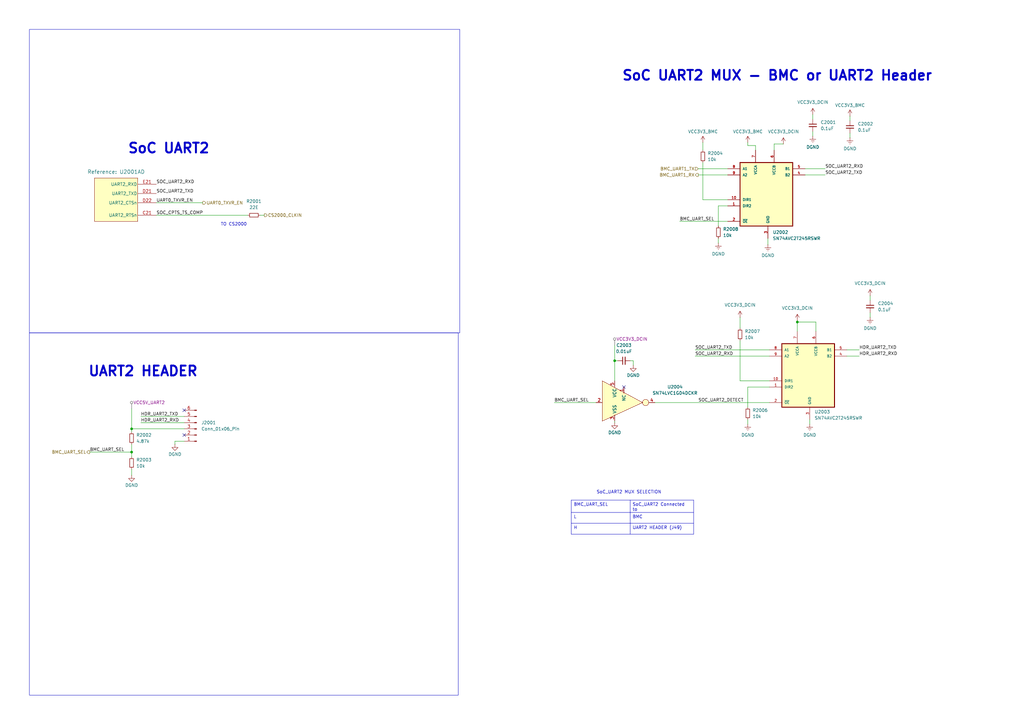
<source format=kicad_sch>
(kicad_sch (version 20250114) (generator "eeschema") (generator_version "9.0")
  (paper "A3")
  (title_block (title "Barre de son (base saine)") (date "2025-05-16") (rev "1.0") (company "NDH"))
  (lib_symbols
    (symbol "Connector:Conn_01x06_Pin" (pin_names (offset 1.016) (hide yes))
      (property "Reference" "J" (at 0 7.62 0))
      (property "Value" "Conn_01x06_Pin" (at 0 -10.16 0))
      (symbol "Conn_01x06_Pin_1_1"
        (pin passive line (at 5.08 5.08 180) (length 3.81) (name "Pin_1") (number "1"))
        (pin passive line (at 5.08 2.54 180) (length 3.81) (name "Pin_2") (number "2"))
        (pin passive line (at 5.08 0 180) (length 3.81) (name "Pin_3") (number "3"))
        (pin passive line (at 5.08 -2.54 180) (length 3.81) (name "Pin_4") (number "4"))
        (pin passive line (at 5.08 -5.08 180) (length 3.81) (name "Pin_5") (number "5"))
        (pin passive line (at 5.08 -7.62 180) (length 3.81) (name "Pin_6") (number "6"))
      )
    )
    (symbol "Device:C_Small" (pin_numbers (hide yes)) (pin_names (offset 0.254) (hide yes))
      (property "Reference" "C" (at 0.254 1.778 0))
      (property "Value" "C_Small" (at 0.254 -2.032 0))
      (symbol "C_Small_1_1"
        (pin passive line (at 0 2.54 270) (length 2.032) (name "~") (number "1"))
        (pin passive line (at 0 -2.54 90) (length 2.032) (name "~") (number "2"))
      )
    )
    (symbol "Device:R_Small" (pin_numbers (hide yes)) (pin_names (offset 0.254) (hide yes))
      (property "Reference" "R" (at 0.762 0.508 0))
      (property "Value" "R_Small" (at 0.762 -1.016 0))
      (symbol "R_Small_1_1"
        (pin passive line (at 0 2.54 270) (length 0.762) (name "~") (number "1"))
        (pin passive line (at 0 -2.54 90) (length 0.762) (name "~") (number "2"))
      )
    )
    (symbol "Libglobal:66AK2G12ABY100" (pin_names (offset 0.254))
      (property "Reference" "U" (at -46.228 -50.8 0) (show_name))
      (symbol "66AK2G12ABY100_1_1"
        (pin bidirectional line (at -68.58 110.49 0) (length 7.62) (name "DDR3_DQS0_P") (number "AD1"))
        (pin bidirectional line (at -68.58 107.95 0) (length 7.62) (name "DDR3_DQS0_N") (number "AE2"))
        (pin bidirectional line (at -68.58 102.87 0) (length 7.62) (name "DDR3_DQS1_P") (number "AD4"))
        (pin bidirectional line (at -68.58 100.33 0) (length 7.62) (name "DDR3_DQS1_N") (number "AE4"))
        (pin bidirectional line (at -68.58 95.25 0) (length 7.62) (name "DDR3_DQS2_P") (number "AE6"))
        (pin bidirectional line (at -68.58 92.71 0) (length 7.62) (name "DDR3_DQS2_N") (number "AD6"))
        (pin bidirectional line (at -68.58 87.63 0) (length 7.62) (name "DDR3_DQS3_P") (number "AE9"))
        (pin bidirectional line (at -68.58 85.09 0) (length 7.62) (name "DDR3_DQS3_N") (number "AD9"))
        (pin bidirectional line (at -68.58 80.01 0) (length 7.62) (name "DDR3_CBDQS_P") (number "AE12"))
        (pin bidirectional line (at -68.58 77.47 0) (length 7.62) (name "DDR3_CBDQS_N") (number "AD12"))
        (pin tri_state line (at -68.58 72.39 0) (length 7.62) (name "DDR3_DQM0") (number "AB4"))
        (pin tri_state line (at -68.58 69.85 0) (length 7.62) (name "DDR3_DQM1") (number "AA5"))
        (pin tri_state line (at -68.58 67.31 0) (length 7.62) (name "DDR3_DQM2") (number "AC8"))
        (pin tri_state line (at -68.58 64.77 0) (length 7.62) (name "DDR3_DQM3") (number "AA9"))
        (pin bidirectional line (at -68.58 58.42 0) (length 7.62) (name "DDR3_CBDQM") (number "Y11"))
        (pin tri_state line (at -68.58 50.8 0) (length 7.62) (name "DDR3_ODT0") (number "AA13"))
        (pin bidirectional line (at -68.58 48.26 0) (length 7.62) (name "DDR3_ODT1") (number "Y12"))
        (pin bidirectional line (at -68.58 41.91 0) (length 7.62) (name "DDR3_CB00") (number "AA11"))
        (pin bidirectional line (at -68.58 39.37 0) (length 7.62) (name "DDR3_CB01") (number "AB11"))
        (pin bidirectional line (at -68.58 36.83 0) (length 7.62) (name "DDR3_CB02") (number "AC11"))
        (pin bidirectional line (at -68.58 34.29 0) (length 7.62) (name "DDR3_CB03") (number "AC12"))
        (pin tri_state line (at -68.58 27.94 0) (length 7.62) (name "DDR3_CKE0") (number "AB18"))
        (pin bidirectional line (at -68.58 25.4 0) (length 7.62) (name "DDR3_CKE1") (number "AC18"))
        (pin tri_state line (at -68.58 19.05 0) (length 7.62) (name "DDR3_CEn0") (number "AD13"))
        (pin bidirectional line (at -68.58 16.51 0) (length 7.62) (name "DDR3_CEn1") (number "AB12"))
        (pin tri_state line (at -68.58 10.16 0) (length 7.62) (name "DDR_CLK_N") (number "AD24"))
        (pin tri_state line (at -68.58 7.62 0) (length 7.62) (name "DDR_CLK_P") (number "AE24"))
        (pin tri_state line (at -68.58 1.27 0) (length 7.62) (name "DDR3_CLKOUT_P0") (number "AE15"))
        (pin tri_state line (at -68.58 -1.27 0) (length 7.62) (name "DDR3_CLKOUT_N0") (number "AD15"))
        (pin tri_state line (at -68.58 -7.62 0) (length 7.62) (name "DDR3_CLKOUT_P1") (number "AE16"))
        (pin tri_state line (at -68.58 -10.16 0) (length 7.62) (name "DDR3_CLKOUT_N1") (number "AD16"))
        (pin unspecified line (at -68.58 -16.51 0) (length 7.62) (name "DDR3_RZQ0") (number "W12"))
        (pin unspecified line (at -68.58 -19.05 0) (length 7.62) (name "DDR3_RZQ1") (number "V9"))
        (pin tri_state line (at -68.58 -25.4 0) (length 7.62) (name "DDR3_CASn") (number "AC13"))
        (pin tri_state line (at -68.58 -27.94 0) (length 7.62) (name "DDR3_RASn") (number "AE13"))
        (pin tri_state line (at -68.58 -34.29 0) (length 7.62) (name "DDR3_WEn") (number "Y13"))
        (pin tri_state line (at -68.58 -40.64 0) (length 7.62) (name "DDR3_RESETn") (number "Y18"))
        (pin tri_state line (at 2.54 110.49 180) (length 7.62) (name "DDR3_A00") (number "AC15"))
        (pin tri_state line (at 2.54 107.95 180) (length 7.62) (name "DDR3_A01") (number "Y15"))
        (pin tri_state line (at 2.54 105.41 180) (length 7.62) (name "DDR3_A02") (number "AC16"))
        (pin tri_state line (at 2.54 102.87 180) (length 7.62) (name "DDR3_A03") (number "AA15"))
        (pin tri_state line (at 2.54 100.33 180) (length 7.62) (name "DDR3_A04") (number "AB16"))
        (pin tri_state line (at 2.54 97.79 180) (length 7.62) (name "DDR3_A05") (number "AE17"))
        (pin tri_state line (at 2.54 95.25 180) (length 7.62) (name "DDR3_A06") (number "AC14"))
        (pin tri_state line (at 2.54 92.71 180) (length 7.62) (name "DDR3_A07") (number "AB15"))
        (pin tri_state line (at 2.54 90.17 180) (length 7.62) (name "DDR3_A08") (number "AC17"))
        (pin tri_state line (at 2.54 87.63 180) (length 7.62) (name "DDR3_A09") (number "AB17"))
        (pin tri_state line (at 2.54 85.09 180) (length 7.62) (name "DDR3_A10") (number "AB14"))
        (pin tri_state line (at 2.54 82.55 180) (length 7.62) (name "DDR3_A11") (number "AA16"))
        (pin tri_state line (at 2.54 80.01 180) (length 7.62) (name "DDR3_A12") (number "AA17"))
        (pin tri_state line (at 2.54 77.47 180) (length 7.62) (name "DDR3_A13") (number "AA12"))
        (pin tri_state line (at 2.54 74.93 180) (length 7.62) (name "DDR3_A14") (number "Y17"))
        (pin tri_state line (at 2.54 72.39 180) (length 7.62) (name "DDR3_A15") (number "Y16"))
        (pin tri_state line (at 2.54 66.04 180) (length 7.62) (name "DDR3_BA0") (number "AA14"))
        (pin tri_state line (at 2.54 62.23 180) (length 7.62) (name "DDR3_BA1") (number "AB13"))
        (pin tri_state line (at 2.54 58.42 180) (length 7.62) (name "DDR3_BA2") (number "AD17"))
        (pin bidirectional line (at 2.54 52.07 180) (length 7.62) (name "DDR3_D00") (number "AD2"))
        (pin bidirectional line (at 2.54 49.53 180) (length 7.62) (name "DDR3_D01") (number "Y4"))
        (pin bidirectional line (at 2.54 46.99 180) (length 7.62) (name "DDR3_D02") (number "AC3"))
        (pin bidirectional line (at 2.54 44.45 180) (length 7.62) (name "DDR3_D03") (number "AC2"))
        (pin bidirectional line (at 2.54 41.91 180) (length 7.62) (name "DDR3_D04") (number "AE3"))
        (pin bidirectional line (at 2.54 39.37 180) (length 7.62) (name "DDR3_D05") (number "AA4"))
        (pin bidirectional line (at 2.54 36.83 180) (length 7.62) (name "DDR3_D06") (number "AD3"))
        (pin bidirectional line (at 2.54 34.29 180) (length 7.62) (name "DDR3_D07") (number "AB3"))
        (pin bidirectional line (at 2.54 29.21 180) (length 7.62) (name "DDR3_D08") (number "AA6"))
        (pin bidirectional line (at 2.54 26.67 180) (length 7.62) (name "DDR3_D09") (number "Y7"))
        (pin bidirectional line (at 2.54 24.13 180) (length 7.62) (name "DDR3_D10") (number "Y6"))
        (pin bidirectional line (at 2.54 21.59 180) (length 7.62) (name "DDR3_D11") (number "AC5"))
        (pin bidirectional line (at 2.54 19.05 180) (length 7.62) (name "DDR3_D12") (number "AB6"))
        (pin bidirectional line (at 2.54 16.51 180) (length 7.62) (name "DDR3_D13") (number "Y5"))
        (pin bidirectional line (at 2.54 13.97 180) (length 7.62) (name "DDR3_D14") (number "AC4"))
        (pin bidirectional line (at 2.54 11.43 180) (length 7.62) (name "DDR3_D15") (number "AB5"))
        (pin bidirectional line (at 2.54 6.35 180) (length 7.62) (name "DDR3_D16") (number "AB7"))
        (pin bidirectional line (at 2.54 3.81 180) (length 7.62) (name "DDR3_D17") (number "AB8"))
        (pin bidirectional line (at 2.54 1.27 180) (length 7.62) (name "DDR3_D18") (number "AC7"))
        (pin bidirectional line (at 2.54 -1.27 180) (length 7.62) (name "DDR3_D19") (number "AA7"))
        (pin bidirectional line (at 2.54 -3.81 180) (length 7.62) (name "DDR3_D20") (number "AA8"))
        (pin bidirectional line (at 2.54 -6.35 180) (length 7.62) (name "DDR3_D21") (number "AC6"))
        (pin bidirectional line (at 2.54 -8.89 180) (length 7.62) (name "DDR3_D22") (number "AE7"))
        (pin bidirectional line (at 2.54 -11.43 180) (length 7.62) (name "DDR3_D23") (number "AD7"))
        (pin bidirectional line (at 2.54 -16.51 180) (length 7.62) (name "DDR3_D24") (number "AA10"))
        (pin bidirectional line (at 2.54 -19.05 180) (length 7.62) (name "DDR3_D25") (number "AE10"))
        (pin bidirectional line (at 2.54 -21.59 180) (length 7.62) (name "DDR3_D26") (number "AD10"))
        (pin bidirectional line (at 2.54 -24.13 180) (length 7.62) (name "DDR3_D27") (number "AC10"))
        (pin bidirectional line (at 2.54 -26.67 180) (length 7.62) (name "DDR3_D28") (number "AC9"))
        (pin bidirectional line (at 2.54 -29.21 180) (length 7.62) (name "DDR3_D29") (number "AB10"))
        (pin bidirectional line (at 2.54 -31.75 180) (length 7.62) (name "DDR3_D30") (number "AB9"))
        (pin bidirectional line (at 2.54 -34.29 180) (length 7.62) (name "DDR3_D31") (number "Y8"))
      )
      (symbol "66AK2G12ABY100_2_1"
        (pin bidirectional line (at -6.35 44.45 180) (length 7.62) (name "DSS_DATA0") (number "V22"))
        (pin bidirectional line (at -6.35 41.91 180) (length 7.62) (name "DSS_DATA1") (number "U21"))
        (pin bidirectional line (at -6.35 39.37 180) (length 7.62) (name "DSS_DATA2") (number "W22"))
        (pin bidirectional line (at -6.35 36.83 180) (length 7.62) (name "DSS_DATA3") (number "V23"))
        (pin bidirectional line (at -6.35 34.29 180) (length 7.62) (name "DSS_DATA4") (number "U23"))
        (pin bidirectional line (at -6.35 31.75 180) (length 7.62) (name "DSS_DATA5") (number "V24"))
        (pin bidirectional line (at -6.35 29.21 180) (length 7.62) (name "DSS_DATA6") (number "T21"))
        (pin bidirectional line (at -6.35 26.67 180) (length 7.62) (name "DSS_DATA7") (number "U22"))
        (pin bidirectional line (at -6.35 24.13 180) (length 7.62) (name "DSS_DATA8") (number "T22"))
        (pin bidirectional line (at -6.35 21.59 180) (length 7.62) (name "DSS_DATA9") (number "R21"))
        (pin bidirectional line (at -6.35 19.05 180) (length 7.62) (name "DSS_DATA10") (number "U24"))
        (pin bidirectional line (at -6.35 16.51 180) (length 7.62) (name "DSS_DATA11") (number "V25"))
        (pin bidirectional line (at -6.35 13.97 180) (length 7.62) (name "DSS_DATA12") (number "T24"))
        (pin bidirectional line (at -6.35 11.43 180) (length 7.62) (name "DSS_DATA13") (number "P21"))
        (pin bidirectional line (at -6.35 8.89 180) (length 7.62) (name "DSS_DATA14") (number "U25"))
        (pin bidirectional line (at -6.35 6.35 180) (length 7.62) (name "DSS_DATA15") (number "R22"))
        (pin bidirectional line (at -6.35 3.81 180) (length 7.62) (name "DSS_DATA16") (number "P23"))
        (pin bidirectional line (at -6.35 1.27 180) (length 7.62) (name "DSS_DATA17") (number "R24"))
        (pin bidirectional line (at -6.35 -1.27 180) (length 7.62) (name "DSS_DATA18") (number "N22"))
        (pin bidirectional line (at -6.35 -3.81 180) (length 7.62) (name "DSS_DATA19") (number "T25"))
        (pin bidirectional line (at -6.35 -6.35 180) (length 7.62) (name "DSS_DATA20") (number "N24"))
        (pin bidirectional line (at -6.35 -8.89 180) (length 7.62) (name "DSS_DATA21") (number "P24"))
        (pin bidirectional line (at -6.35 -11.43 180) (length 7.62) (name "DSS_DATA22") (number "P25"))
        (pin bidirectional line (at -6.35 -13.97 180) (length 7.62) (name "DSS_DATA23") (number "N23"))
        (pin bidirectional line (at -6.35 -20.32 180) (length 7.62) (name "DSS_VSYNC") (number "R25"))
        (pin bidirectional line (at -6.35 -24.13 180) (length 7.62) (name "DSS_HSYNC") (number "P22"))
        (pin bidirectional line (at -6.35 -27.94 180) (length 7.62) (name "DSS_PCLK") (number "N25"))
        (pin bidirectional line (at -6.35 -31.75 180) (length 7.62) (name "DSS_FID") (number "L25"))
        (pin bidirectional line (at -6.35 -35.56 180) (length 7.62) (name "DSS_DE") (number "M25"))
        (pin bidirectional line (at -6.35 -41.91 180) (length 7.62) (name "PR1_MDIO_DATA") (number "E18"))
      )
      (symbol "66AK2G12ABY100_3_1"
        (pin bidirectional line (at 1.27 71.12 180) (length 7.62) (name "PR1_PRU1_GPO0/PR1_PRU1_GPI0/GPIO1_26") (number "A14"))
        (pin bidirectional line (at 1.27 66.04 180) (length 7.62) (name "PR1_PRU1_GPO1/PR1_PRU1_GPI1/GPIO1_27") (number "B14"))
        (pin bidirectional line (at 1.27 60.96 180) (length 7.62) (name "PR1_PRU1_GPO2/PR1_PRU1_GPI2/GPIO1_28") (number "C14"))
        (pin bidirectional line (at 1.27 55.88 180) (length 7.62) (name "PR1_PRU1_GPO3/PR1_PRU1_GPI3/GPIO1_29") (number "E14"))
        (pin bidirectional line (at 1.27 50.8 180) (length 7.62) (name "PR1_PRU1_GPO4/PR1_PRU1_GPI4/GPIO1_30") (number "D14"))
        (pin bidirectional line (at 1.27 45.72 180) (length 7.62) (name "PR1_PRU1_GPO5/PR1_PRU1_GPI5/GPIO1_31") (number "A15"))
        (pin bidirectional line (at 1.27 40.64 180) (length 7.62) (name "PR1_PRU1_GPO6/PR1_PRU1_GPI6/GPIO1_32") (number "F14"))
        (pin bidirectional line (at 1.27 35.56 180) (length 7.62) (name "PR1_PRU1_GPO7/PR1_PRU1_GPI7/GPIO1_33") (number "B15"))
        (pin bidirectional line (at 1.27 30.48 180) (length 7.62) (name "PR1_PRU1_GPO8/PR1_PRU1_GPI8/GPIO1_34") (number "C15"))
        (pin bidirectional line (at 1.27 25.4 180) (length 7.62) (name "PR1_PRU1_GPO15/PR1_PRU1_GPI15/GPIO1_41") (number "C18"))
        (pin bidirectional line (at 1.27 19.05 180) (length 7.62) (name "PR1_PRU1_GPO16/PR1_PRU1_GPI16/GPIO1_42") (number "D16"))
        (pin bidirectional line (at 1.27 8.89 180) (length 7.62) (name "GPMC_BEn1/GPIO0_21") (number "AB24"))
        (pin bidirectional line (at 1.27 3.81 180) (length 7.62) (name "GPMC_CLK/GPIO0_16") (number "AB23"))
        (pin bidirectional line (at 1.27 -5.08 180) (length 7.62) (name "MII_RXER/RMII_RXER/GPIO0_82") (number "F23"))
        (pin bidirectional line (at 1.27 -11.43 180) (length 7.62) (name "MII_COL/GPIO0_83") (number "B25"))
        (pin bidirectional line (at 1.27 -17.78 180) (length 7.62) (name "MII_CRS/RMII_CRS_DV/GPIO0_84") (number "G22"))
        (pin bidirectional line (at 1.27 -29.21 180) (length 7.62) (name "SPI3_SCSn1/PR0_UART0_RXD/GPIO0_87") (number "E25"))
        (pin bidirectional line (at 1.27 -36.83 180) (length 7.62) (name "SPI1_SCSn1/GPIO0_100") (number "N3"))
      )
      (symbol "66AK2G12ABY100_4_1"
        (pin bidirectional line (at -15.24 -25.4 180) (length 7.62) (name "SPI0_SOMI") (number "M1"))
        (pin bidirectional line (at -15.24 -30.48 180) (length 7.62) (name "SPI0_SIMO") (number "N4"))
        (pin bidirectional line (at -15.24 -35.56 180) (length 7.62) (name "SPI0_CLK") (number "M2"))
        (pin bidirectional line (at -15.24 -40.64 180) (length 7.62) (name "SPI0_SCSn0") (number "M3"))
        (pin bidirectional line (at -15.24 -45.72 180) (length 7.62) (name "SPI0_SCSn1") (number "M4"))
      )
      (symbol "66AK2G12ABY100_5_1"
        (pin bidirectional line (at -7.62 31.75 180) (length 7.62) (name "GPMC_AD0") (number "AC21"))
        (pin bidirectional line (at -7.62 29.21 180) (length 7.62) (name "GPMC_AD1") (number "AE20"))
        (pin bidirectional line (at -7.62 26.67 180) (length 7.62) (name "GPMC_AD2") (number "AD22"))
        (pin bidirectional line (at -7.62 24.13 180) (length 7.62) (name "GPMC_AD3") (number "AD20"))
        (pin bidirectional line (at -7.62 21.59 180) (length 7.62) (name "GPMC_AD4") (number "AE21"))
        (pin bidirectional line (at -7.62 19.05 180) (length 7.62) (name "GPMC_AD5") (number "AE22"))
        (pin bidirectional line (at -7.62 16.51 180) (length 7.62) (name "GPMC_AD6") (number "AC20"))
        (pin bidirectional line (at -7.62 13.97 180) (length 7.62) (name "GPMC_AD7") (number "AD21"))
        (pin bidirectional line (at -7.62 11.43 180) (length 7.62) (name "GPMC_AD8") (number "AE23"))
        (pin bidirectional line (at -7.62 8.89 180) (length 7.62) (name "GPMC_AD9") (number "AB20"))
        (pin bidirectional line (at -7.62 6.35 180) (length 7.62) (name "GPMC_AD10") (number "AA20"))
        (pin bidirectional line (at -7.62 3.81 180) (length 7.62) (name "GPMC_AD11") (number "AD23"))
        (pin bidirectional line (at -7.62 1.27 180) (length 7.62) (name "GPMC_AD12") (number "AA21"))
        (pin bidirectional line (at -7.62 -1.27 180) (length 7.62) (name "GPMC_AD13") (number "AB21"))
        (pin bidirectional line (at -7.62 -3.81 180) (length 7.62) (name "GPMC_AD14") (number "AB22"))
        (pin bidirectional line (at -7.62 -6.35 180) (length 7.62) (name "GPMC_AD15") (number "AA22"))
        (pin bidirectional line (at -7.62 -16.51 180) (length 7.62) (name "GPMC_ADVn_ALE") (number "AC23"))
        (pin bidirectional line (at -7.62 -19.05 180) (length 7.62) (name "GPMC_OEn_REn") (number "AC22"))
        (pin bidirectional line (at -7.62 -21.59 180) (length 7.62) (name "GPMC_WEn") (number "Y22"))
        (pin bidirectional line (at -7.62 -24.13 180) (length 7.62) (name "GPMC_BEn0_CLE") (number "AC24"))
        (pin bidirectional line (at -7.62 -26.67 180) (length 7.62) (name "GPMC_WAIT0") (number "Y24"))
        (pin bidirectional line (at -7.62 -36.83 180) (length 7.62) (name "GPMC_WPn") (number "W25"))
        (pin bidirectional line (at -7.62 -43.18 180) (length 7.62) (name "GPMC_CSn0") (number "AB25"))
      )
      (symbol "66AK2G12ABY100_6_1"
        (pin bidirectional line (at -11.43 8.89 180) (length 7.62) (name "MMC1_DAT0") (number "H3"))
        (pin bidirectional line (at -11.43 3.81 180) (length 7.62) (name "MMC1_DAT1") (number "F5"))
        (pin bidirectional line (at -11.43 -1.27 180) (length 7.62) (name "MMC1_DAT2") (number "J5"))
        (pin bidirectional line (at -11.43 -6.35 180) (length 7.62) (name "MMC1_DAT3") (number "H4"))
        (pin bidirectional line (at -11.43 -11.43 180) (length 7.62) (name "MMC1_DAT4") (number "E3"))
        (pin bidirectional line (at -11.43 -13.97 180) (length 7.62) (name "MMC1_DAT5") (number "G4"))
        (pin bidirectional line (at -11.43 -16.51 180) (length 7.62) (name "MMC1_DAT6") (number "F4"))
        (pin bidirectional line (at -11.43 -19.05 180) (length 7.62) (name "MMC1_DAT7") (number "G5"))
        (pin bidirectional line (at -11.43 -24.13 180) (length 7.62) (name "MMC1_CLK") (number "J4"))
        (pin bidirectional line (at -11.43 -29.21 180) (length 7.62) (name "MMC1_CMD") (number "J2"))
        (pin bidirectional line (at -11.43 -34.29 180) (length 7.62) (name "MMC1_POW") (number "K2"))
        (pin bidirectional line (at -11.43 -36.83 180) (length 7.62) (name "MMC1_SDCD") (number "J3"))
        (pin bidirectional line (at -11.43 -43.18 180) (length 7.62) (name "MMC1_SDWP") (number "K3"))
      )
      (symbol "66AK2G12ABY100_7_1"
        (pin bidirectional line (at -13.97 29.21 180) (length 7.62) (name "MII_TXD0") (number "G23"))
        (pin bidirectional line (at -13.97 24.13 180) (length 7.62) (name "MII_TXD1") (number "G24"))
        (pin bidirectional line (at -13.97 19.05 180) (length 7.62) (name "MII_TXD2") (number "G25"))
        (pin bidirectional line (at -13.97 13.97 180) (length 7.62) (name "MII_TXD3") (number "D25"))
        (pin bidirectional line (at -13.97 6.35 180) (length 7.62) (name "MII_TXCLK") (number "C25"))
        (pin bidirectional line (at -13.97 1.27 180) (length 7.62) (name "MII_TXEN") (number "H25"))
        (pin bidirectional line (at -13.97 -6.35 180) (length 7.62) (name "MDIO_CLK") (number "U3"))
        (pin bidirectional line (at -13.97 -10.16 180) (length 7.62) (name "MDIO_DATA") (number "V3"))
        (pin bidirectional line (at -13.97 -17.78 180) (length 7.62) (name "MII_RXCLK") (number "A22"))
        (pin bidirectional line (at -13.97 -22.86 180) (length 7.62) (name "MII_RXDV") (number "A24"))
        (pin bidirectional line (at -13.97 -30.48 180) (length 7.62) (name "MII_RXD0") (number "B24"))
        (pin bidirectional line (at -13.97 -35.56 180) (length 7.62) (name "MII_RXD1") (number "C23"))
        (pin bidirectional line (at -13.97 -40.64 180) (length 7.62) (name "MII_RXD2") (number "B23"))
        (pin bidirectional line (at -13.97 -45.72 180) (length 7.62) (name "MII_RXD3") (number "F22"))
      )
      (symbol "66AK2G12ABY100_8_1"
        (pin input line (at -10.16 -5.08 180) (length 7.62) (name "NMIn") (number "W1"))
        (pin input line (at -10.16 -10.16 180) (length 7.62) (name "PORn") (number "AA3"))
        (pin input line (at -10.16 -15.24 180) (length 7.62) (name "LRESETNMIENn") (number "V1"))
        (pin input line (at -10.16 -20.32 180) (length 7.62) (name "LRESETn") (number "V2"))
        (pin input line (at -10.16 -25.4 180) (length 7.62) (name "RESETn") (number "W3"))
        (pin input line (at -10.16 -30.48 180) (length 7.62) (name "RESETFULLn") (number "W2"))
        (pin output line (at -10.16 -38.1 180) (length 7.62) (name "RESETSTATn") (number "Y2"))
        (pin tri_state line (at -10.16 -45.72 180) (length 7.62) (name "BOOTCOMPLETE") (number "Y3"))
      )
      (symbol "66AK2G12ABY100_9_1"
        (pin input line (at -69.85 8.89 0) (length 7.62) (name "AUDOSC_IN") (number "C17"))
        (pin output line (at -69.85 3.81 0) (length 7.62) (name "AUDOSC_OUT") (number "A17"))
        (pin power_in line (at -69.85 -1.27 0) (length 7.62) (name "VSS_OSC_AUDIO") (number "B17"))
        (pin output line (at -69.85 -12.7 0) (length 7.62) (name "USB1_XO") (number "C20"))
        (pin output line (at -69.85 -17.78 0) (length 7.62) (name "USB0_XO") (number "D19"))
        (pin tri_state line (at -69.85 -26.67 0) (length 7.62) (name "OBSPLL_LOCK") (number "N5"))
        (pin output line (at -69.85 -30.48 0) (length 7.62) (name "OBSCLK_P") (number "K1"))
        (pin output line (at -69.85 -34.29 0) (length 7.62) (name "OBSCLK_N") (number "L1"))
        (pin output line (at -69.85 -44.45 0) (length 7.62) (name "RMII_REFCLK/PR0_eCAP0_eCAP_SYNCOUT") (number "D24"))
        (pin input line (at 6.35 8.89 180) (length 7.62) (name "SYSOSC_IN") (number "AC19"))
        (pin output line (at 6.35 3.81 180) (length 7.62) (name "SYSOSC_OUT") (number "AE19"))
        (pin power_in line (at 6.35 -1.27 180) (length 7.62) (name "VSS_OSC_SYS") (number "AD19"))
        (pin input line (at 6.35 -10.16 180) (length 7.62) (name "SYSCLK_P") (number "AD25"))
        (pin input line (at 6.35 -15.24 180) (length 7.62) (name "SYSCLK_N") (number "AC25"))
        (pin input line (at 6.35 -24.13 180) (length 7.62) (name "SYSCLKSEL") (number "R1"))
        (pin tri_state line (at 6.35 -30.48 180) (length 7.62) (name "SYSCLKOUT") (number "M21"))
        (pin input line (at 6.35 -39.37 180) (length 7.62) (name "CPTS_REFCLK_P") (number "K21"))
        (pin input line (at 6.35 -44.45 180) (length 7.62) (name "CPTS_REFCLK_N") (number "L21"))
      )
      (symbol "66AK2G12ABY100_10_1"
        (pin input line (at -17.78 -17.78 180) (length 7.62) (name "TDI") (number "L5"))
        (pin tri_state line (at -17.78 -21.59 180) (length 7.62) (name "TDO") (number "K5"))
        (pin input line (at -17.78 -25.4 180) (length 7.62) (name "TCK") (number "L3"))
        (pin input line (at -17.78 -29.21 180) (length 7.62) (name "TMS") (number "K4"))
        (pin input line (at -17.78 -33.02 180) (length 7.62) (name "TRSTn") (number "L4"))
        (pin bidirectional line (at -17.78 -39.37 180) (length 7.62) (name "EMU00") (number "M22"))
        (pin bidirectional line (at -17.78 -45.72 180) (length 7.62) (name "EMU01") (number "L22"))
      )
      (symbol "66AK2G12ABY100_11_1"
        (pin bidirectional line (at -10.16 5.08 180) (length 7.62) (name "MLBP_DAT_P") (number "K23"))
        (pin bidirectional line (at -10.16 0 180) (length 7.62) (name "MLBP_DAT_N") (number "K22"))
        (pin bidirectional line (at -10.16 -6.35 180) (length 7.62) (name "MLBP_SIG_P") (number "L24"))
        (pin bidirectional line (at -10.16 -11.43 180) (length 7.62) (name "MLBP_SIG_N") (number "M24"))
        (pin input line (at -10.16 -19.05 180) (length 7.62) (name "MLBP_CLK_P") (number "M23"))
        (pin input line (at -10.16 -24.13 180) (length 7.62) (name "MLBP_CLK_N") (number "L23"))
        (pin bidirectional line (at -10.16 -34.29 180) (length 7.62) (name "GPMC_WAIT1") (number "AA24"))
        (pin bidirectional line (at -10.16 -39.37 180) (length 7.62) (name "GPMC_DIR") (number "AA25"))
        (pin bidirectional line (at -10.16 -44.45 180) (length 7.62) (name "GPMC_CSn1") (number "W24"))
      )
      (symbol "66AK2G12ABY100_12_1"
        (pin bidirectional line (at -13.97 -13.97 180) (length 7.62) (name "USB1_DP") (number "B20"))
        (pin bidirectional line (at -13.97 -17.78 180) (length 7.62) (name "USB1_DM") (number "A20"))
        (pin unspecified line (at -13.97 -25.4 180) (length 7.62) (name "USB1_ID") (number "E20"))
        (pin unspecified line (at -13.97 -30.48 180) (length 7.62) (name "USB1_VBUS") (number "A21"))
        (pin tri_state line (at -13.97 -38.1 180) (length 7.62) (name "USB1_DRVVBUS") (number "B21"))
        (pin unspecified line (at -13.97 -45.72 180) (length 7.62) (name "USB1_TXRTUNE_RKELVIN") (number "D20"))
      )
      (symbol "66AK2G12ABY100_13_1"
        (pin bidirectional line (at -16.51 -38.1 180) (length 7.62) (name "I2C0_SCL") (number "U5"))
        (pin bidirectional line (at -16.51 -45.72 180) (length 7.62) (name "I2C0_SDA") (number "W5"))
      )
      (symbol "66AK2G12ABY100_14_1"
        (pin bidirectional line (at -7.62 -7.62 180) (length 7.62) (name "QSPI_D0") (number "J23"))
        (pin bidirectional line (at -7.62 -11.43 180) (length 7.62) (name "QSPI_D1") (number "J22"))
        (pin bidirectional line (at -7.62 -15.24 180) (length 7.62) (name "QSPI_D2") (number "J21"))
        (pin bidirectional line (at -7.62 -19.05 180) (length 7.62) (name "QSPI_D3") (number "J24"))
        (pin bidirectional line (at -7.62 -25.4 180) (length 7.62) (name "QSPI_CSn0") (number "J25"))
        (pin bidirectional line (at -7.62 -31.75 180) (length 7.62) (name "QSPI_CLK") (number "K25"))
        (pin bidirectional line (at -7.62 -38.1 180) (length 7.62) (name "QSPI_RCLK") (number "K24"))
        (pin bidirectional line (at -7.62 -45.72 180) (length 7.62) (name "QSPI_CSn1") (number "H23"))
      )
      (symbol "66AK2G12ABY100_15_1"
        (pin tri_state line (at -15.24 -34.29 180) (length 7.62) (name "UART0_TXD") (number "T1"))
        (pin input line (at -15.24 -38.1 180) (length 7.62) (name "UART0_RXD") (number "T4"))
        (pin bidirectional line (at -15.24 -41.91 180) (length 7.62) (name "UART0_CTSn") (number "T2"))
        (pin bidirectional line (at -15.24 -45.72 180) (length 7.62) (name "UART0_RTSn") (number "U1"))
      )
      (symbol "66AK2G12ABY100_16_1"
        (pin output line (at -13.97 -6.35 180) (length 7.62) (name "PCIE_TXP0") (number "G1"))
        (pin output line (at -13.97 -11.43 180) (length 7.62) (name "PCIE_TXN0") (number "H1"))
        (pin input line (at -13.97 -19.05 180) (length 7.62) (name "PCIE_RXP0") (number "E1"))
        (pin input line (at -13.97 -24.13 180) (length 7.62) (name "PCIE_RXN0") (number "D1"))
        (pin input line (at -13.97 -31.75 180) (length 7.62) (name "PCIE_CLK_P") (number "G2"))
        (pin input line (at -13.97 -35.56 180) (length 7.62) (name "PCIE_CLK_N") (number "F2"))
        (pin unspecified line (at -13.97 -43.18 180) (length 7.62) (name "PCIE_REFRES") (number "H7"))
      )
      (symbol "66AK2G12ABY100_17_1"
        (pin bidirectional line (at -8.89 -30.48 180) (length 7.62) (name "DCAN0_TX") (number "P5"))
        (pin bidirectional line (at -8.89 -35.56 180) (length 7.62) (name "DCAN0_RX") (number "R5"))
        (pin bidirectional line (at -8.89 -43.18 180) (length 7.62) (name "QSPI_CSn2") (number "H22"))
        (pin bidirectional line (at -8.89 -46.99 180) (length 7.62) (name "QSPI_CSn3") (number "H21"))
      )
      (symbol "66AK2G12ABY100_18_1"
        (pin bidirectional line (at -6.35 3.81 180) (length 7.62) (name "eHRPWM3_A") (number "A23"))
        (pin bidirectional line (at -6.35 0 180) (length 7.62) (name "eHRPWM3_B") (number "B22"))
        (pin bidirectional line (at -6.35 -3.81 180) (length 7.62) (name "MII_TXER") (number "H24"))
        (pin bidirectional line (at -6.35 -7.62 180) (length 7.62) (name "eHRPWM3_SYNCO") (number "D23"))
        (pin bidirectional line (at -6.35 -11.43 180) (length 7.62) (name "eHRPWM3_SYNCI") (number "C22"))
        (pin bidirectional line (at -6.35 -17.78 180) (length 7.62) (name "PR1_PRU0_GPO18") (number "D12"))
        (pin bidirectional line (at -6.35 -21.59 180) (length 7.62) (name "PR1_PRU0_GPO19") (number "D13"))
        (pin bidirectional line (at -6.35 -25.4 180) (length 7.62) (name "PR1_PRU0_GPO17") (number "E13"))
        (pin bidirectional line (at -6.35 -31.75 180) (length 7.62) (name "PR1_PRU1_GPO18") (number "E17"))
        (pin bidirectional line (at -6.35 -35.56 180) (length 7.62) (name "PR1_PRU1_GPO19") (number "E16"))
        (pin bidirectional line (at -6.35 -39.37 180) (length 7.62) (name "PR1_PRU1_GPO17") (number "F16"))
        (pin bidirectional line (at -6.35 -45.72 180) (length 7.62) (name "PR1_MDIO_MDCLK") (number "D18"))
      )
      (symbol "66AK2G12ABY100_19_1"
        (pin unspecified line (at -8.89 -3.81 180) (length 7.62) (name "RSV1") (number "AA19"))
        (pin input line (at -8.89 -7.62 180) (length 7.62) (name "RSV2") (number "AB19"))
        (pin unspecified line (at -8.89 -11.43 180) (length 7.62) (name "RSV3") (number "Y20"))
        (pin unspecified line (at -8.89 -15.24 180) (length 7.62) (name "RSV4") (number "W19"))
        (pin unspecified line (at -8.89 -19.05 180) (length 7.62) (name "RSV5") (number "D2"))
        (pin input line (at -8.89 -22.86 180) (length 7.62) (name "RSV6") (number "L2"))
        (pin unspecified line (at -8.89 -26.67 180) (length 7.62) (name "RSV7") (number "G3"))
        (pin unspecified line (at -8.89 -30.48 180) (length 7.62) (name "RSV8") (number "F18"))
        (pin unspecified line (at -8.89 -34.29 180) (length 7.62) (name "RSV9") (number "H2"))
        (pin tri_state line (at -8.89 -38.1 180) (length 7.62) (name "RSV10") (number "AA18"))
        (pin tri_state line (at -8.89 -41.91 180) (length 7.62) (name "RSV11") (number "Y19"))
        (pin unspecified line (at -8.89 -45.72 180) (length 7.62) (name "RSV12") (number "Y14"))
      )
      (symbol "66AK2G12ABY100_20_1"
        (pin power_in line (at -57.15 46.99 0) (length 7.62) (name "CVDD") (number "N14"))
        (pin power_in line (at -57.15 43.18 0) (length 7.62) (name "CVDD") (number "N12"))
        (pin power_in line (at -57.15 39.37 0) (length 7.62) (name "CVDD") (number "N10"))
        (pin power_in line (at -57.15 35.56 0) (length 7.62) (name "CVDD") (number "M17"))
        (pin power_in line (at -57.15 31.75 0) (length 7.62) (name "CVDD") (number "M15"))
        (pin power_in line (at -57.15 27.94 0) (length 7.62) (name "CVDD") (number "M13"))
        (pin power_in line (at -57.15 24.13 0) (length 7.62) (name "CVDD") (number "M11"))
        (pin power_in line (at -57.15 20.32 0) (length 7.62) (name "CVDD") (number "M9"))
        (pin power_in line (at -57.15 16.51 0) (length 7.62) (name "CVDD") (number "L18"))
        (pin power_in line (at -57.15 12.7 0) (length 7.62) (name "CVDD") (number "L16"))
        (pin power_in line (at -57.15 8.89 0) (length 7.62) (name "CVDD") (number "L14"))
        (pin power_in line (at -57.15 5.08 0) (length 7.62) (name "CVDD") (number "L12"))
        (pin power_in line (at -57.15 1.27 0) (length 7.62) (name "CVDD") (number "L10"))
        (pin power_in line (at -57.15 -2.54 0) (length 7.62) (name "CVDD") (number "K17"))
        (pin power_in line (at -57.15 -6.35 0) (length 7.62) (name "CVDD") (number "K15"))
        (pin power_in line (at -57.15 -10.16 0) (length 7.62) (name "CVDD") (number "K13"))
        (pin power_in line (at -57.15 -13.97 0) (length 7.62) (name "CVDD") (number "K11"))
        (pin power_in line (at -57.15 -17.78 0) (length 7.62) (name "CVDD") (number "K9"))
        (pin power_in line (at -57.15 -21.59 0) (length 7.62) (name "CVDD") (number "J16"))
        (pin power_in line (at -57.15 -29.21 0) (length 7.62) (name "CVDD1") (number "T13"))
        (pin power_in line (at -57.15 -33.02 0) (length 7.62) (name "CVDD1") (number "N18"))
        (pin power_in line (at -57.15 -36.83 0) (length 7.62) (name "CVDD1") (number "N8"))
        (pin power_in line (at -57.15 -40.64 0) (length 7.62) (name "CVDD1") (number "J12"))
        (pin power_in line (at -57.15 -44.45 0) (length 7.62) (name "CVDD1") (number "M5"))
        (pin power_in line (at -6.35 46.99 180) (length 7.62) (name "CVDD") (number "N16"))
        (pin power_in line (at -6.35 43.18 180) (length 7.62) (name "CVDD") (number "P9"))
        (pin power_in line (at -6.35 39.37 180) (length 7.62) (name "CVDD") (number "P11"))
        (pin power_in line (at -6.35 35.56 180) (length 7.62) (name "CVDD") (number "P13"))
        (pin power_in line (at -6.35 31.75 180) (length 7.62) (name "CVDD") (number "P15"))
        (pin power_in line (at -6.35 27.94 180) (length 7.62) (name "CVDD") (number "P17"))
        (pin power_in line (at -6.35 24.13 180) (length 7.62) (name "CVDD") (number "R8"))
        (pin power_in line (at -6.35 20.32 180) (length 7.62) (name "CVDD") (number "R10"))
        (pin power_in line (at -6.35 16.51 180) (length 7.62) (name "CVDD") (number "R12"))
        (pin power_in line (at -6.35 12.7 180) (length 7.62) (name "CVDD") (number "R14"))
        (pin power_in line (at -6.35 8.89 180) (length 7.62) (name "CVDD") (number "R16"))
        (pin power_in line (at -6.35 5.08 180) (length 7.62) (name "CVDD") (number "R18"))
        (pin power_in line (at -6.35 1.27 180) (length 7.62) (name "CVDD") (number "T9"))
        (pin power_in line (at -6.35 -2.54 180) (length 7.62) (name "CVDD") (number "T11"))
        (pin power_in line (at -6.35 -6.35 180) (length 7.62) (name "CVDD") (number "T15"))
        (pin power_in line (at -6.35 -10.16 180) (length 7.62) (name "CVDD") (number "T17"))
        (pin power_in line (at -6.35 -13.97 180) (length 7.62) (name "CVDD") (number "U16"))
        (pin power_in line (at -6.35 -17.78 180) (length 7.62) (name "CVDD") (number "J10"))
        (pin power_in line (at -6.35 -21.59 180) (length 7.62) (name "CVDD") (number "J14"))
      )
      (symbol "66AK2G12ABY100_21_1"
        (pin power_in line (at -2.54 50.8 180) (length 7.62) (name "DVDD33") (number "H9"))
        (pin power_in line (at -2.54 46.99 180) (length 7.62) (name "DVDD33") (number "AA23"))
        (pin power_in line (at -2.54 43.18 180) (length 7.62) (name "DVDD33") (number "E23"))
        (pin power_in line (at -2.54 39.37 180) (length 7.62) (name "DVDD33") (number "F21"))
        (pin power_in line (at -2.54 35.56 180) (length 7.62) (name "DVDD33") (number "G20"))
        (pin power_in line (at -2.54 31.75 180) (length 7.62) (name "DVDD33") (number "J20"))
        (pin power_in line (at -2.54 27.94 180) (length 7.62) (name "DVDD33") (number "P19"))
        (pin power_in line (at -2.54 24.13 180) (length 7.62) (name "DVDD33") (number "R20"))
        (pin power_in line (at -2.54 20.32 180) (length 7.62) (name "DVDD33") (number "T19"))
        (pin power_in line (at -2.54 16.51 180) (length 7.62) (name "DVDD33") (number "U20"))
        (pin power_in line (at -2.54 12.7 180) (length 7.62) (name "DVDD33") (number "V21"))
        (pin power_in line (at -2.54 8.89 180) (length 7.62) (name "DVDD33") (number "F7"))
        (pin power_in line (at -2.54 5.08 180) (length 7.62) (name "DVDD33") (number "F11"))
        (pin power_in line (at -2.54 1.27 180) (length 7.62) (name "DVDD33") (number "F15"))
        (pin power_in line (at -2.54 -2.54 180) (length 7.62) (name "DVDD33") (number "G12"))
        (pin power_in line (at -2.54 -6.35 180) (length 7.62) (name "DVDD33") (number "G16"))
        (pin power_in line (at -2.54 -10.16 180) (length 7.62) (name "DVDD33") (number "H11"))
        (pin power_in line (at -2.54 -13.97 180) (length 7.62) (name "DVDD33") (number "H13"))
        (pin power_in line (at -2.54 -17.78 180) (length 7.62) (name "DVDD33") (number "H15"))
        (pin power_in line (at -2.54 -21.59 180) (length 7.62) (name "DVDD33") (number "P7"))
        (pin power_in line (at -2.54 -25.4 180) (length 7.62) (name "DVDD33") (number "R6"))
        (pin power_in line (at -2.54 -29.21 180) (length 7.62) (name "DVDD33") (number "T23"))
        (pin power_in line (at -2.54 -33.02 180) (length 7.62) (name "DVDD33") (number "T7"))
        (pin power_in line (at -2.54 -40.64 180) (length 7.62) (name "DVDD33_USB") (number "H17"))
        (pin power_in line (at -2.54 -43.18 180) (length 7.62) (name "DVDD33_USB") (number "G18"))
      )
      (symbol "66AK2G12ABY100_22_1"
        (pin power_in line (at -67.31 15.24 0) (length 7.62) (name "DVDD18") (number "F17"))
        (pin power_in line (at -67.31 12.7 0) (length 7.62) (name "DVDD18") (number "L20"))
        (pin power_in line (at -67.31 10.16 0) (length 7.62) (name "DVDD18") (number "K19"))
        (pin power_in line (at -67.31 7.62 0) (length 7.62) (name "DVDD18") (number "M7"))
        (pin power_in line (at -67.31 5.08 0) (length 7.62) (name "DVDD18") (number "L6"))
        (pin power_in line (at -67.31 2.54 0) (length 7.62) (name "DVDD18") (number "W6"))
        (pin power_in line (at -67.31 0 0) (length 7.62) (name "DVDD18") (number "U6"))
        (pin power_in line (at -67.31 -2.54 0) (length 7.62) (name "DVDD18") (number "U18"))
        (pin power_in line (at -67.31 -5.08 0) (length 7.62) (name "DVDD18") (number "V19"))
        (pin power_in line (at -67.31 -7.62 0) (length 7.62) (name "DVDD18") (number "J6"))
        (pin power_in line (at -67.31 -10.16 0) (length 7.62) (name "DVDD18") (number "H5"))
        (pin power_in line (at -67.31 -13.97 0) (length 7.62) (name "DVDD18") (number "G6"))
        (pin power_in line (at -67.31 -16.51 0) (length 7.62) (name "DVDD18") (number "F19"))
        (pin power_in line (at 1.27 15.24 180) (length 7.62) (name "DVDD_DDR") (number "AD5"))
        (pin power_in line (at 1.27 12.7 180) (length 7.62) (name "DVDD_DDR") (number "AD11"))
        (pin power_in line (at 1.27 10.16 180) (length 7.62) (name "DVDD_DDR") (number "AD18"))
        (pin power_in line (at 1.27 7.62 180) (length 7.62) (name "DVDD_DDR") (number "U8"))
        (pin power_in line (at 1.27 5.08 180) (length 7.62) (name "DVDD_DDR") (number "U10"))
        (pin power_in line (at 1.27 2.54 180) (length 7.62) (name "DVDD_DDR") (number "U12"))
        (pin power_in line (at 1.27 0 180) (length 7.62) (name "DVDD_DDR") (number "U14"))
        (pin power_in line (at 1.27 -2.54 180) (length 7.62) (name "DVDD_DDR") (number "V7"))
        (pin power_in line (at 1.27 -5.08 180) (length 7.62) (name "DVDD_DDR") (number "V11"))
        (pin power_in line (at 1.27 -7.62 180) (length 7.62) (name "DVDD_DDR") (number "V13"))
        (pin power_in line (at 1.27 -10.16 180) (length 7.62) (name "DVDD_DDR") (number "V15"))
        (pin power_in line (at 1.27 -12.7 180) (length 7.62) (name "DVDD_DDR") (number "V17"))
        (pin power_in line (at 1.27 -15.24 180) (length 7.62) (name "DVDD_DDR") (number "W16"))
        (pin power_in line (at 1.27 -17.78 180) (length 7.62) (name "DVDD_DDR") (number "W18"))
        (pin power_in line (at 1.27 -20.32 180) (length 7.62) (name "DVDD_DDR") (number "AE8"))
        (pin power_in line (at 1.27 -22.86 180) (length 7.62) (name "DVDD_DDR") (number "AE14"))
        (pin unspecified line (at 1.27 -33.02 180) (length 7.62) (name "DDR3_VREFSSTL") (number "Y9"))
      )
      (symbol "66AK2G12ABY100_23_1"
        (pin power_in line (at -8.89 21.59 180) (length 7.62) (name "DVDD_DDRDLL") (number "W8"))
        (pin power_in line (at -8.89 19.05 180) (length 7.62) (name "DVDD_DDRDLL") (number "W10"))
        (pin power_in line (at -8.89 16.51 180) (length 7.62) (name "DVDD_DDRDLL") (number "W14"))
        (pin power_in line (at -8.89 10.16 180) (length 7.62) (name "AVDDA_DDRPLL") (number "W20"))
        (pin power_in line (at -8.89 6.35 180) (length 7.62) (name "AVDDA_DSSPLL") (number "N20"))
        (pin power_in line (at -8.89 2.54 180) (length 7.62) (name "AVDDA_MAINPLL") (number "M19"))
        (pin power_in line (at -8.89 -1.27 180) (length 7.62) (name "AVDDA_NSSPLL") (number "G14"))
        (pin power_in line (at -8.89 -5.08 180) (length 7.62) (name "AVDDA_UARTPLL") (number "G10"))
        (pin power_in line (at -8.89 -8.89 180) (length 7.62) (name "AVDDA_ICSSPLL") (number "G8"))
        (pin power_in line (at -8.89 -12.7 180) (length 7.62) (name "AVDDA_ARMPLL") (number "N6"))
        (pin power_in line (at -8.89 -20.32 180) (length 7.62) (name "VDDAHV") (number "K7"))
        (pin unspecified line (at -8.89 -26.67 180) (length 7.62) (name "LDO_PCIE_CAP") (number "J8"))
        (pin unspecified line (at -8.89 -29.21 180) (length 7.62) (name "LDO_PCIE_CAP") (number "L8"))
        (pin unspecified line (at -8.89 -35.56 180) (length 7.62) (name "LDO_USB_CAP") (number "J18"))
        (pin unspecified line (at -8.89 -38.1 180) (length 7.62) (name "LDO_USB_CAP") (number "H19"))
        (pin power_in line (at -8.89 -44.45 180) (length 7.62) (name "VPP1") (number "Y21"))
        (pin power_in line (at -8.89 -46.99 180) (length 7.62) (name "VPP2") (number "W21"))
      )
      (symbol "66AK2G12ABY100_24_1"
        (pin power_in line (at -20.32 73.66 0) (length 7.62) (name "VSS") (number "A1"))
        (pin power_in line (at -20.32 71.12 0) (length 7.62) (name "VSS") (number "A25"))
        (pin power_in line (at -20.32 68.58 0) (length 7.62) (name "VSS") (number "C1"))
        (pin power_in line (at -20.32 66.04 0) (length 7.62) (name "VSS") (number "E2"))
        (pin power_in line (at -20.32 63.5 0) (length 7.62) (name "VSS") (number "E22"))
        (pin power_in line (at -20.32 60.96 0) (length 7.62) (name "VSS") (number "F1"))
        (pin power_in line (at -20.32 58.42 0) (length 7.62) (name "VSS") (number "F3"))
        (pin power_in line (at -20.32 55.88 0) (length 7.62) (name "VSS") (number "F6"))
        (pin power_in line (at -20.32 53.34 0) (length 7.62) (name "VSS") (number "F8"))
        (pin power_in line (at -20.32 50.8 0) (length 7.62) (name "VSS") (number "F20"))
        (pin power_in line (at -20.32 48.26 0) (length 7.62) (name "VSS") (number "G7"))
        (pin power_in line (at -20.32 45.72 0) (length 7.62) (name "VSS") (number "G9"))
        (pin power_in line (at -20.32 43.18 0) (length 7.62) (name "VSS") (number "G11"))
        (pin power_in line (at -20.32 40.64 0) (length 7.62) (name "VSS") (number "G13"))
        (pin power_in line (at -20.32 38.1 0) (length 7.62) (name "VSS") (number "G15"))
        (pin power_in line (at -20.32 35.56 0) (length 7.62) (name "VSS") (number "G17"))
        (pin power_in line (at -20.32 33.02 0) (length 7.62) (name "VSS") (number "G19"))
        (pin power_in line (at -20.32 30.48 0) (length 7.62) (name "VSS") (number "G21"))
        (pin power_in line (at -20.32 27.94 0) (length 7.62) (name "VSS") (number "H6"))
        (pin power_in line (at -20.32 25.4 0) (length 7.62) (name "VSS") (number "H8"))
        (pin power_in line (at -20.32 22.86 0) (length 7.62) (name "VSS") (number "H10"))
        (pin power_in line (at -20.32 20.32 0) (length 7.62) (name "VSS") (number "H12"))
        (pin power_in line (at -20.32 17.78 0) (length 7.62) (name "VSS") (number "H14"))
        (pin power_in line (at -20.32 15.24 0) (length 7.62) (name "VSS") (number "H16"))
        (pin power_in line (at -20.32 12.7 0) (length 7.62) (name "VSS") (number "H18"))
        (pin power_in line (at -20.32 10.16 0) (length 7.62) (name "VSS") (number "H20"))
        (pin power_in line (at -20.32 7.62 0) (length 7.62) (name "VSS") (number "J1"))
        (pin power_in line (at -20.32 5.08 0) (length 7.62) (name "VSS") (number "J7"))
        (pin power_in line (at -20.32 2.54 0) (length 7.62) (name "VSS") (number "J9"))
        (pin power_in line (at -20.32 0 0) (length 7.62) (name "VSS") (number "J11"))
        (pin power_in line (at -20.32 -2.54 0) (length 7.62) (name "VSS") (number "J13"))
        (pin power_in line (at -20.32 -5.08 0) (length 7.62) (name "VSS") (number "J15"))
        (pin power_in line (at -20.32 -7.62 0) (length 7.62) (name "VSS") (number "J17"))
        (pin power_in line (at -20.32 -10.16 0) (length 7.62) (name "VSS") (number "J19"))
        (pin power_in line (at -20.32 -12.7 0) (length 7.62) (name "VSS") (number "K6"))
        (pin power_in line (at -20.32 -15.24 0) (length 7.62) (name "VSS") (number "K8"))
        (pin power_in line (at -20.32 -17.78 0) (length 7.62) (name "VSS") (number "K10"))
        (pin power_in line (at -20.32 -20.32 0) (length 7.62) (name "VSS") (number "K12"))
        (pin power_in line (at -20.32 -22.86 0) (length 7.62) (name "VSS") (number "K14"))
        (pin power_in line (at -20.32 -25.4 0) (length 7.62) (name "VSS") (number "K16"))
        (pin power_in line (at -20.32 -27.94 0) (length 7.62) (name "VSS") (number "K18"))
        (pin power_in line (at -20.32 -30.48 0) (length 7.62) (name "VSS") (number "K20"))
        (pin power_in line (at -20.32 -33.02 0) (length 7.62) (name "VSS") (number "L7"))
        (pin power_in line (at -20.32 -35.56 0) (length 7.62) (name "VSS") (number "L9"))
        (pin power_in line (at -20.32 -38.1 0) (length 7.62) (name "VSS") (number "L11"))
        (pin power_in line (at -20.32 -40.64 0) (length 7.62) (name "VSS") (number "L13"))
        (pin power_in line (at -20.32 -43.18 0) (length 7.62) (name "VSS") (number "L15"))
        (pin power_in line (at -20.32 -45.72 0) (length 7.62) (name "VSS") (number "L17"))
        (pin power_in line (at -20.32 -48.26 0) (length 7.62) (name "VSS") (number "L19"))
        (pin power_in line (at -20.32 -50.8 0) (length 7.62) (name "VSS") (number "M6"))
        (pin power_in line (at -20.32 -53.34 0) (length 7.62) (name "VSS") (number "M8"))
        (pin power_in line (at -20.32 -55.88 0) (length 7.62) (name "VSS") (number "M10"))
        (pin power_in line (at -20.32 -58.42 0) (length 7.62) (name "VSS") (number "M12"))
        (pin power_in line (at -20.32 -60.96 0) (length 7.62) (name "VSS") (number "M14"))
        (pin power_in line (at -20.32 -63.5 0) (length 7.62) (name "VSS") (number "M16"))
        (pin power_in line (at -20.32 -66.04 0) (length 7.62) (name "VSS") (number "M18"))
        (pin power_in line (at -20.32 -68.58 0) (length 7.62) (name "VSS") (number "M20"))
        (pin power_in line (at -20.32 -71.12 0) (length 7.62) (name "VSS") (number "N7"))
        (pin power_in line (at -20.32 -73.66 0) (length 7.62) (name "VSS") (number "N9"))
        (pin power_in line (at 21.59 73.66 180) (length 7.62) (name "VSS") (number "N11"))
        (pin power_in line (at 21.59 71.12 180) (length 7.62) (name "VSS") (number "N13"))
        (pin power_in line (at 21.59 68.58 180) (length 7.62) (name "VSS") (number "N15"))
        (pin power_in line (at 21.59 66.04 180) (length 7.62) (name "VSS") (number "N17"))
        (pin power_in line (at 21.59 63.5 180) (length 7.62) (name "VSS") (number "N19"))
        (pin power_in line (at 21.59 60.96 180) (length 7.62) (name "VSS") (number "N21"))
        (pin power_in line (at 21.59 58.42 180) (length 7.62) (name "VSS") (number "P6"))
        (pin power_in line (at 21.59 55.88 180) (length 7.62) (name "VSS") (number "P8"))
        (pin power_in line (at 21.59 53.34 180) (length 7.62) (name "VSS") (number "P10"))
        (pin power_in line (at 21.59 50.8 180) (length 7.62) (name "VSS") (number "P12"))
        (pin power_in line (at 21.59 48.26 180) (length 7.62) (name "VSS") (number "P14"))
        (pin power_in line (at 21.59 45.72 180) (length 7.62) (name "VSS") (number "P16"))
        (pin power_in line (at 21.59 43.18 180) (length 7.62) (name "VSS") (number "P18"))
        (pin power_in line (at 21.59 40.64 180) (length 7.62) (name "VSS") (number "P20"))
        (pin power_in line (at 21.59 38.1 180) (length 7.62) (name "VSS") (number "R7"))
        (pin power_in line (at 21.59 35.56 180) (length 7.62) (name "VSS") (number "R9"))
        (pin power_in line (at 21.59 33.02 180) (length 7.62) (name "VSS") (number "R11"))
        (pin power_in line (at 21.59 30.48 180) (length 7.62) (name "VSS") (number "R13"))
        (pin power_in line (at 21.59 27.94 180) (length 7.62) (name "VSS") (number "R15"))
        (pin power_in line (at 21.59 25.4 180) (length 7.62) (name "VSS") (number "R17"))
        (pin power_in line (at 21.59 22.86 180) (length 7.62) (name "VSS") (number "R19"))
        (pin power_in line (at 21.59 20.32 180) (length 7.62) (name "VSS") (number "R23"))
        (pin power_in line (at 21.59 17.78 180) (length 7.62) (name "VSS") (number "T6"))
        (pin power_in line (at 21.59 15.24 180) (length 7.62) (name "VSS") (number "T8"))
        (pin power_in line (at 21.59 12.7 180) (length 7.62) (name "VSS") (number "T10"))
        (pin power_in line (at 21.59 10.16 180) (length 7.62) (name "VSS") (number "T12"))
        (pin power_in line (at 21.59 7.62 180) (length 7.62) (name "VSS") (number "T14"))
        (pin power_in line (at 21.59 5.08 180) (length 7.62) (name "VSS") (number "T16"))
        (pin power_in line (at 21.59 2.54 180) (length 7.62) (name "VSS") (number "T18"))
        (pin power_in line (at 21.59 0 180) (length 7.62) (name "VSS") (number "T20"))
        (pin power_in line (at 21.59 -2.54 180) (length 7.62) (name "VSS") (number "U7"))
        (pin power_in line (at 21.59 -5.08 180) (length 7.62) (name "VSS") (number "U9"))
        (pin power_in line (at 21.59 -7.62 180) (length 7.62) (name "VSS") (number "U11"))
        (pin power_in line (at 21.59 -10.16 180) (length 7.62) (name "VSS") (number "U13"))
        (pin power_in line (at 21.59 -12.7 180) (length 7.62) (name "VSS") (number "U15"))
        (pin power_in line (at 21.59 -15.24 180) (length 7.62) (name "VSS") (number "U17"))
        (pin power_in line (at 21.59 -17.78 180) (length 7.62) (name "VSS") (number "U19"))
        (pin power_in line (at 21.59 -20.32 180) (length 7.62) (name "VSS") (number "V8"))
        (pin power_in line (at 21.59 -22.86 180) (length 7.62) (name "VSS") (number "V10"))
        (pin power_in line (at 21.59 -25.4 180) (length 7.62) (name "VSS") (number "V12"))
        (pin power_in line (at 21.59 -27.94 180) (length 7.62) (name "VSS") (number "V14"))
        (pin power_in line (at 21.59 -30.48 180) (length 7.62) (name "VSS") (number "V16"))
        (pin power_in line (at 21.59 -33.02 180) (length 7.62) (name "VSS") (number "V18"))
        (pin power_in line (at 21.59 -35.56 180) (length 7.62) (name "VSS") (number "V20"))
        (pin power_in line (at 21.59 -38.1 180) (length 7.62) (name "VSS") (number "W7"))
        (pin power_in line (at 21.59 -40.64 180) (length 7.62) (name "VSS") (number "W9"))
        (pin power_in line (at 21.59 -43.18 180) (length 7.62) (name "VSS") (number "W11"))
        (pin power_in line (at 21.59 -45.72 180) (length 7.62) (name "VSS") (number "W13"))
        (pin power_in line (at 21.59 -48.26 180) (length 7.62) (name "VSS") (number "W15"))
        (pin power_in line (at 21.59 -50.8 180) (length 7.62) (name "VSS") (number "W17"))
        (pin power_in line (at 21.59 -53.34 180) (length 7.62) (name "VSS") (number "Y10"))
        (pin power_in line (at 21.59 -55.88 180) (length 7.62) (name "VSS") (number "Y23"))
        (pin power_in line (at 21.59 -58.42 180) (length 7.62) (name "VSS") (number "AD8"))
        (pin power_in line (at 21.59 -60.96 180) (length 7.62) (name "VSS") (number "AD14"))
        (pin power_in line (at 21.59 -63.5 180) (length 7.62) (name "VSS") (number "AE1"))
        (pin power_in line (at 21.59 -66.04 180) (length 7.62) (name "VSS") (number "AE5"))
        (pin power_in line (at 21.59 -68.58 180) (length 7.62) (name "VSS") (number "AE11"))
        (pin power_in line (at 21.59 -71.12 180) (length 7.62) (name "VSS") (number "AE18"))
        (pin power_in line (at 21.59 -73.66 180) (length 7.62) (name "VSS") (number "AE25"))
      )
      (symbol "66AK2G12ABY100_25_1"
        (pin bidirectional line (at -10.16 -29.21 180) (length 7.62) (name "RSV13") (number "Y1"))
        (pin bidirectional line (at -10.16 -31.75 180) (length 7.62) (name "RSV14") (number "AA1"))
        (pin bidirectional line (at -10.16 -34.29 180) (length 7.62) (name "RSV15") (number "AB1"))
        (pin bidirectional line (at -10.16 -36.83 180) (length 7.62) (name "RSV16") (number "AA2"))
        (pin bidirectional line (at -10.16 -39.37 180) (length 7.62) (name "RSV17") (number "AB2"))
        (pin bidirectional line (at -10.16 -41.91 180) (length 7.62) (name "RSV18") (number "AC1"))
      )
      (symbol "66AK2G12ABY100_26_1"
        (pin bidirectional line (at -11.43 -26.67 180) (length 7.62) (name "SPI1_SOMI") (number "N1"))
        (pin bidirectional line (at -11.43 -31.75 180) (length 7.62) (name "SPI1_SIMO") (number "P2"))
        (pin bidirectional line (at -11.43 -36.83 180) (length 7.62) (name "SPI1_CLK") (number "N2"))
        (pin bidirectional line (at -11.43 -41.91 180) (length 7.62) (name "SPI1_SCSn0") (number "P1"))
      )
      (symbol "66AK2G12ABY100_27_1"
        (pin bidirectional line (at -10.16 -22.86 180) (length 7.62) (name "PR1_PRU0_GPO14") (number "B13"))
        (pin bidirectional line (at -10.16 -25.4 180) (length 7.62) (name "PR1_PRU0_GPO13") (number "A13"))
        (pin bidirectional line (at -10.16 -27.94 180) (length 7.62) (name "PR1_PRU0_GPO12") (number "A11"))
        (pin bidirectional line (at -10.16 -30.48 180) (length 7.62) (name "PR1_PRU0_GPO11") (number "A12"))
        (pin bidirectional line (at -10.16 -35.56 180) (length 7.62) (name "PR1_PRU0_GPO15") (number "F13"))
        (pin bidirectional line (at -10.16 -38.1 180) (length 7.62) (name "PR1_PRU0_GPO16") (number "C13"))
        (pin bidirectional line (at -10.16 -43.18 180) (length 7.62) (name "PR1_PRU0_GPO6") (number "F12"))
      )
      (symbol "66AK2G12ABY100_28_1"
        (pin bidirectional line (at -11.43 -20.32 180) (length 7.62) (name "USB0_DP") (number "A18"))
        (pin bidirectional line (at -11.43 -24.13 180) (length 7.62) (name "USB0_DM") (number "B18"))
        (pin unspecified line (at -11.43 -30.48 180) (length 7.62) (name "USB0_ID") (number "A19"))
        (pin unspecified line (at -11.43 -35.56 180) (length 7.62) (name "USB0_VBUS") (number "B19"))
        (pin tri_state line (at -11.43 -40.64 180) (length 7.62) (name "USB0_DRVVBUS") (number "E19"))
        (pin unspecified line (at -11.43 -46.99 180) (length 7.62) (name "USB0_TXRTUNE_RKELVIN") (number "C19"))
      )
      (symbol "66AK2G12ABY100_29_1"
        (pin bidirectional line (at -16.51 -34.29 180) (length 7.62) (name "UART1_RXD") (number "T3"))
        (pin bidirectional line (at -16.51 -38.1 180) (length 7.62) (name "UART1_TXD") (number "T5"))
        (pin bidirectional line (at -16.51 -41.91 180) (length 7.62) (name "UART1_CTSn") (number "U2"))
        (pin bidirectional line (at -16.51 -45.72 180) (length 7.62) (name "UART1_RTSn") (number "U4"))
      )
      (symbol "66AK2G12ABY100_30_1"
        (pin bidirectional line (at -16.51 -33.02 180) (length 7.62) (name "UART2_RXD") (number "E21"))
        (pin bidirectional line (at -16.51 -36.83 180) (length 7.62) (name "UART2_TXD") (number "D21"))
        (pin bidirectional line (at -16.51 -40.64 180) (length 7.62) (name "UART2_CTSn") (number "D22"))
        (pin bidirectional line (at -16.51 -45.72 180) (length 7.62) (name "UART2_RTSn") (number "C21"))
      )
      (symbol "66AK2G12ABY100_31_1"
        (pin bidirectional line (at -10.16 -44.45 180) (length 7.62) (name "PR0_PRU1_GPO10") (number "C7"))
        (pin bidirectional line (at -8.89 101.6 180) (length 7.62) (name "PR0_PRU1_GPO17") (number "B9"))
        (pin bidirectional line (at -8.89 95.25 180) (length 7.62) (name "PR0_PRU1_GPO18") (number "A9"))
        (pin bidirectional line (at -8.89 88.9 180) (length 7.62) (name "PR0_PRU1_GPO19") (number "B10"))
        (pin bidirectional line (at -8.89 82.55 180) (length 7.62) (name "PR0_MDIO_DATA") (number "A10"))
        (pin bidirectional line (at -8.89 76.2 180) (length 7.62) (name "PR0_MDIO_MDCLK") (number "C10"))
        (pin bidirectional line (at -8.89 69.85 180) (length 7.62) (name "PR1_PRU0_GPO0") (number "E10"))
        (pin bidirectional line (at -8.89 63.5 180) (length 7.62) (name "PR1_PRU0_GPO1") (number "D10"))
        (pin bidirectional line (at -8.89 57.15 180) (length 7.62) (name "PR1_PRU0_GPO2") (number "F10"))
        (pin bidirectional line (at -8.89 50.8 180) (length 7.62) (name "PR1_PRU0_GPO3") (number "C11"))
        (pin bidirectional line (at -8.89 44.45 180) (length 7.62) (name "PR1_PRU0_GPO4") (number "D11"))
        (pin bidirectional line (at -8.89 38.1 180) (length 7.62) (name "PR1_PRU0_GPO5") (number "E11"))
        (pin bidirectional line (at -8.89 31.75 180) (length 7.62) (name "PR1_PRU0_GPO7") (number "E12"))
        (pin bidirectional line (at -8.89 25.4 180) (length 7.62) (name "PR1_PRU0_GPO8") (number "C12"))
        (pin bidirectional line (at -8.89 17.78 180) (length 7.62) (name "PR1_PRU0_GPO9") (number "B11"))
        (pin bidirectional line (at -8.89 10.16 180) (length 7.62) (name "PR1_PRU0_GPO10") (number "B12"))
        (pin bidirectional line (at -8.89 0 180) (length 7.62) (name "PR0_PRU1_GPO13") (number "B8"))
        (pin bidirectional line (at -8.89 -6.35 180) (length 7.62) (name "PR0_PRU1_GPO11") (number "E9"))
        (pin bidirectional line (at -8.89 -12.7 180) (length 7.62) (name "PR0_PRU1_GPO12") (number "A8"))
        (pin bidirectional line (at -8.89 -22.86 180) (length 7.62) (name "PR0_PRU1_GPO16") (number "C9"))
        (pin bidirectional line (at -8.89 -29.21 180) (length 7.62) (name "PR0_PRU1_GPO14") (number "D9"))
        (pin bidirectional line (at -8.89 -35.56 180) (length 7.62) (name "PR0_PRU1_GPO15") (number "C8"))
      )
      (symbol "66AK2G12ABY100_32_1"
        (pin bidirectional line (at -8.89 64.77 180) (length 7.62) (name "PR0_PRU1_GPO0") (number "B5"))
        (pin bidirectional line (at -8.89 58.42 180) (length 7.62) (name "PR0_PRU1_GPO1") (number "B6"))
        (pin bidirectional line (at -8.89 52.07 180) (length 7.62) (name "PR0_PRU1_GPO2") (number "D7"))
        (pin bidirectional line (at -8.89 45.72 180) (length 7.62) (name "PR0_PRU1_GPO3") (number "A6"))
        (pin bidirectional line (at -8.89 39.37 180) (length 7.62) (name "PR0_PRU1_GPO4") (number "C6"))
        (pin bidirectional line (at -8.89 33.02 180) (length 7.62) (name "PR0_PRU1_GPO5") (number "E8"))
        (pin bidirectional line (at -8.89 26.67 180) (length 7.62) (name "PR0_PRU1_GPO6") (number "A7"))
        (pin bidirectional line (at -8.89 20.32 180) (length 7.62) (name "PR0_PRU1_GPO7") (number "D8"))
        (pin bidirectional line (at -8.89 13.97 180) (length 7.62) (name "PR0_PRU1_GPO8") (number "F9"))
        (pin bidirectional line (at -8.89 7.62 180) (length 7.62) (name "PR0_PRU1_GPO9") (number "B7"))
        (pin bidirectional line (at -8.89 -2.54 180) (length 7.62) (name "PR0_PRU0_GPO18") (number "C5"))
        (pin bidirectional line (at -8.89 -8.89 180) (length 7.62) (name "PR0_PRU0_GPO16") (number "D6"))
        (pin bidirectional line (at -8.89 -15.24 180) (length 7.62) (name "PR0_PRU0_GPO17") (number "C4"))
        (pin bidirectional line (at -8.89 -24.13 180) (length 7.62) (name "PR0_PRU0_GPO15") (number "E7"))
        (pin bidirectional line (at -8.89 -30.48 180) (length 7.62) (name "PR0_PRU0_GPO13") (number "B4"))
        (pin bidirectional line (at -8.89 -36.83 180) (length 7.62) (name "PR0_PRU0_GPO14") (number "A4"))
        (pin bidirectional line (at -8.89 -45.72 180) (length 7.62) (name "PR0_PRU0_GPO19") (number "A5"))
      )
      (symbol "66AK2G12ABY100_33_1"
        (pin bidirectional line (at -10.16 41.91 180) (length 7.62) (name "PR0_PRU0_GPO0") (number "D3"))
        (pin bidirectional line (at -10.16 35.56 180) (length 7.62) (name "PR0_PRU0_GPO1") (number "A2"))
        (pin bidirectional line (at -10.16 29.21 180) (length 7.62) (name "PR0_PRU0_GPO2") (number "E4"))
        (pin bidirectional line (at -10.16 22.86 180) (length 7.62) (name "PR0_PRU0_GPO3") (number "B1"))
        (pin bidirectional line (at -10.16 16.51 180) (length 7.62) (name "PR0_PRU0_GPO4") (number "A3"))
        (pin bidirectional line (at -10.16 10.16 180) (length 7.62) (name "PR0_PRU0_GPO5") (number "E5"))
        (pin bidirectional line (at -10.16 1.27 180) (length 7.62) (name "PR0_PRU0_GPO11") (number "D5"))
        (pin bidirectional line (at -10.16 -5.08 180) (length 7.62) (name "PR0_PRU0_GPO12") (number "B3"))
        (pin bidirectional line (at -10.16 -11.43 180) (length 7.62) (name "PR0_PRU0_GPO10") (number "C3"))
        (pin bidirectional line (at -10.16 -20.32 180) (length 7.62) (name "PR0_PRU0_GPO8") (number "E6"))
        (pin bidirectional line (at -10.16 -26.67 180) (length 7.62) (name "PR0_PRU0_GPO6") (number "B2"))
        (pin bidirectional line (at -10.16 -33.02 180) (length 7.62) (name "PR0_PRU0_GPO7") (number "D4"))
        (pin bidirectional line (at -10.16 -44.45 180) (length 7.62) (name "PR0_PRU0_GPO9") (number "C2"))
      )
      (symbol "66AK2G12ABY100_34_1"
        (pin bidirectional line (at -10.16 -15.24 180) (length 7.62) (name "PR1_PRU1_GPO9") (number "D15"))
        (pin bidirectional line (at -10.16 -19.05 180) (length 7.62) (name "PR1_PRU1_GPO10") (number "A16"))
        (pin bidirectional line (at -10.16 -22.86 180) (length 7.62) (name "PR1_PRU1_GPO11") (number "E15"))
        (pin bidirectional line (at -10.16 -26.67 180) (length 7.62) (name "PR1_PRU1_GPO12") (number "B16"))
        (pin bidirectional line (at -10.16 -30.48 180) (length 7.62) (name "PR1_PRU1_GPO13") (number "C16"))
        (pin bidirectional line (at -10.16 -34.29 180) (length 7.62) (name "PR1_PRU1_GPO14") (number "D17"))
        (pin bidirectional line (at -10.16 -41.91 180) (length 7.62) (name "GPMC_CSn2") (number "W23"))
        (pin bidirectional line (at -10.16 -45.72 180) (length 7.62) (name "GPMC_CSn3") (number "Y25"))
      )
      (symbol "66AK2G12ABY100_35_1"
        (pin bidirectional line (at -16.51 -38.1 180) (length 7.62) (name "I2C1_SCL") (number "V6"))
        (pin bidirectional line (at -16.51 -45.72 180) (length 7.62) (name "I2C1_SDA") (number "W4"))
      )
      (symbol "66AK2G12ABY100_36_1"
        (pin bidirectional line (at -17.78 -38.1 180) (length 7.62) (name "I2C2_SDA") (number "V4"))
        (pin bidirectional line (at -17.78 -45.72 180) (length 7.62) (name "I2C2_SCL") (number "V5"))
      )
      (symbol "66AK2G12ABY100_37_1"
        (pin bidirectional line (at -16.51 -25.4 180) (length 7.62) (name "SPI2_SOMI") (number "R4"))
        (pin bidirectional line (at -16.51 -30.48 180) (length 7.62) (name "SPI2_SIMO") (number "R3"))
        (pin bidirectional line (at -16.51 -35.56 180) (length 7.62) (name "SPI2_CLK") (number "R2"))
        (pin bidirectional line (at -16.51 -40.64 180) (length 7.62) (name "SPI2_SCSn0") (number "P3"))
        (pin bidirectional line (at -16.51 -45.72 180) (length 7.62) (name "SPI2_SCSn1") (number "P4"))
      )
      (symbol "66AK2G12ABY100_38_1"
        (pin bidirectional line (at -16.51 -30.48 180) (length 7.62) (name "SPI3_SOMI") (number "F25"))
        (pin bidirectional line (at -16.51 -35.56 180) (length 7.62) (name "SPI3_SIMO") (number "F24"))
        (pin bidirectional line (at -16.51 -40.64 180) (length 7.62) (name "SPI3_CLK") (number "E24"))
        (pin bidirectional line (at -16.51 -45.72 180) (length 7.62) (name "SPI3_SCSn0") (number "C24"))
      )
    )
    (symbol "Libglobal:SN74AVC2T245RSWR" (pin_names (offset 1.016))
      (property "Reference" "U" (at -32.512 19.304 0))
      (property "Value" "SN74AVC2T245RSWR" (at -32.512 17.526 0))
      (symbol "SN74AVC2T245RSWR_0_0"
        (pin bidirectional line (at -17.78 12.7 0) (length 5.08) (name "A1") (number "8"))
        (pin bidirectional line (at -17.78 10.16 0) (length 5.08) (name "A2") (number "9"))
        (pin input line (at -17.78 0 0) (length 5.08) (name "DIR1") (number "10"))
        (pin input line (at -17.78 -2.54 0) (length 5.08) (name "DIR2") (number "1"))
        (pin input line (at -17.78 -8.89 0) (length 5.08) (name "~{OE}") (number "2"))
        (pin power_in line (at -6.35 20.32 270) (length 5.08) (name "VCCA") (number "7"))
        (pin power_in line (at -1.27 -15.875 90) (length 5.08) (name "GND") (number "3"))
        (pin power_in line (at 1.27 20.32 270) (length 5.08) (name "VCCB") (number "6"))
        (pin bidirectional line (at 13.97 12.7 180) (length 5.08) (name "B1") (number "5"))
        (pin bidirectional line (at 13.97 10.16 180) (length 5.08) (name "B2") (number "4"))
      )
    )
    (symbol "Libglobal:SN74LVC1G04DCKR"
      (property "Reference" "U" (at 0 0 0))
      (property "Value" "SN74LVC1G04DCKR" (at -0.508 -1.524 0))
      (symbol "SN74LVC1G04DCKR_1_1"
        (pin input line (at -12.7 -16.51 0) (length 2.54) (name "") (number "2"))
        (pin input line (at -5.08 -7.62 270) (length 2.54) (name "VCC") (number "5"))
        (pin input line (at -5.08 -24.13 90) (length 2.54) (name "VSS") (number "3"))
        (pin input line (at -1.27 -10.16 270) (length 2.54) (name "NC") (number "1"))
        (pin output line (at 11.43 -16.51 180) (length 2.54) (name "") (number "4"))
      )
    )
    (symbol "power:+1V0" (power) (pin_numbers (hide yes)) (pin_names (offset 0) (hide yes))
      (property "Value" "+1V0" (at 0 3.556 0))
      (symbol "+1V0_1_1"
        (pin power_in line (at 0 0 90) (length 0) (name "~") (number "1"))
      )
    )
    (symbol "power:Earth" (power) (pin_numbers (hide yes)) (pin_names (offset 0) (hide yes))
      (property "Value" "Earth" (at 0 -3.81 0))
      (symbol "Earth_1_1"
        (pin power_in line (at 0 0 270) (length 0) (name "~") (number "1"))
      )
    )
    (symbol "power:GND" (power) (pin_numbers (hide yes)) (pin_names (offset 0) (hide yes))
      (property "Value" "GND" (at 0 -3.81 0))
      (symbol "GND_1_1"
        (pin power_in line (at 0 0 270) (length 0) (name "~") (number "1"))
      )
    )
  )
  (rectangle (start 12.065 12.065) (end 188.595 136.525))
  (rectangle (start 12.065 136.525) (end 187.96 285.115))
  (text "SoC_UART2 MUX SELECTION \n" (at 258.445 201.93 0) (effects (font (size 1.27 1.27))))
  (text "SoC UART2 MUX - BMC or UART2 Header\n" (at 318.77 31.115 0) (effects (font (size 4 4) (thickness 0.8) (bold yes))))
  (text "SoC UART2\n" (at 69.215 60.96 0) (effects (font (size 4 4) (thickness 0.8) (bold yes))))
  (text " UART2 HEADER\n" (at 57.15 152.4 0) (effects (font (size 4 4) (thickness 0.8) (bold yes))))
  (text "TO CS2000\n" (at 95.885 92.075 0) (effects (font (size 1.27 1.27))))
  (junction (at 327.025 132.08))
  (junction (at 53.975 175.895))
  (junction (at 53.975 185.42))
  (junction (at 252.095 147.955))
  (no_connect (at 75.565 178.435))
  (no_connect (at 255.905 158.75))
  (no_connect (at 75.565 168.275))
  (wire (pts (xy 306.705 167.005) (xy 306.705 158.75)))
  (wire (pts (xy 298.45 81.915) (xy 288.29 81.915)))
  (wire (pts (xy 252.095 147.955) (xy 253.365 147.955)))
  (wire (pts (xy 285.115 143.51) (xy 315.595 143.51)))
  (wire (pts (xy 294.64 97.79) (xy 294.64 99.695)))
  (wire (pts (xy 338.455 69.215) (xy 330.2 69.215)))
  (wire (pts (xy 252.095 141.605) (xy 252.095 147.955)))
  (wire (pts (xy 306.705 58.42) (xy 306.705 59.69)))
  (wire (pts (xy 348.615 47.625) (xy 348.615 49.53)))
  (wire (pts (xy 71.755 182.245) (xy 71.755 180.975)))
  (wire (pts (xy 306.705 173.99) (xy 306.705 172.085)))
  (wire (pts (xy 36.83 185.42) (xy 53.975 185.42)))
  (wire (pts (xy 306.705 59.69) (xy 309.88 59.69)))
  (wire (pts (xy 294.64 92.71) (xy 294.64 84.455)))
  (wire (pts (xy 286.385 71.755) (xy 298.45 71.755)))
  (wire (pts (xy 333.375 53.975) (xy 333.375 55.88)))
  (wire (pts (xy 348.615 54.61) (xy 348.615 56.515)))
  (wire (pts (xy 334.645 135.89) (xy 334.645 132.08)))
  (wire (pts (xy 303.53 156.21) (xy 303.53 139.7)))
  (wire (pts (xy 252.095 173.355) (xy 252.095 172.72)))
  (wire (pts (xy 53.975 185.42) (xy 53.975 187.325)))
  (wire (pts (xy 303.53 130.175) (xy 303.53 134.62)))
  (wire (pts (xy 285.115 146.05) (xy 315.595 146.05)))
  (wire (pts (xy 294.64 84.455) (xy 298.45 84.455)))
  (wire (pts (xy 333.375 46.99) (xy 333.375 48.895)))
  (wire (pts (xy 227.33 165.1) (xy 244.475 165.1)))
  (wire (pts (xy 352.425 146.05) (xy 347.345 146.05)))
  (wire (pts (xy 53.975 192.405) (xy 53.975 194.945)))
  (wire (pts (xy 101.6 88.265) (xy 64.135 88.265)))
  (wire (pts (xy 306.705 158.75) (xy 315.595 158.75)))
  (wire (pts (xy 259.715 147.955) (xy 258.445 147.955)))
  (wire (pts (xy 75.565 175.895) (xy 53.975 175.895)))
  (wire (pts (xy 314.96 100.33) (xy 314.96 97.79)))
  (wire (pts (xy 334.645 132.08) (xy 327.025 132.08)))
  (wire (pts (xy 327.025 132.08) (xy 327.025 135.89)))
  (wire (pts (xy 317.5 59.055) (xy 317.5 61.595)))
  (wire (pts (xy 327.025 131.445) (xy 327.025 132.08)))
  (wire (pts (xy 315.595 156.21) (xy 303.53 156.21)))
  (wire (pts (xy 53.975 182.245) (xy 53.975 185.42)))
  (wire (pts (xy 321.31 59.055) (xy 317.5 59.055)))
  (wire (pts (xy 83.185 83.185) (xy 64.135 83.185)))
  (wire (pts (xy 332.105 173.99) (xy 332.105 172.085)))
  (wire (pts (xy 288.29 81.915) (xy 288.29 66.675)))
  (wire (pts (xy 53.975 167.64) (xy 53.975 175.895)))
  (wire (pts (xy 71.755 180.975) (xy 75.565 180.975)))
  (wire (pts (xy 259.715 149.86) (xy 259.715 147.955)))
  (wire (pts (xy 106.68 88.265) (xy 108.3939 88.265)))
  (wire (pts (xy 57.785 170.815) (xy 75.565 170.815)))
  (wire (pts (xy 252.095 147.955) (xy 252.095 156.21)))
  (wire (pts (xy 352.425 143.51) (xy 347.345 143.51)))
  (wire (pts (xy 356.87 128.27) (xy 356.87 130.175)))
  (wire (pts (xy 57.785 173.355) (xy 75.565 173.355)))
  (wire (pts (xy 278.765 90.805) (xy 298.45 90.805)))
  (wire (pts (xy 53.975 175.895) (xy 53.975 177.165)))
  (wire (pts (xy 288.29 58.42) (xy 288.29 61.595)))
  (wire (pts (xy 338.455 71.755) (xy 330.2 71.755)))
  (wire (pts (xy 356.87 121.285) (xy 356.87 123.19)))
  (wire (pts (xy 315.595 165.1) (xy 268.605 165.1)))
  (wire (pts (xy 309.88 59.69) (xy 309.88 61.595)))
  (wire (pts (xy 286.385 69.215) (xy 298.45 69.215)))
  (table (column_count 2) (border (external yes) (header yes)) (separators (rows yes) (cols yes)) (column_widths 24.13 26.035) (row_heights 5.08 4.445 4.445) (cells (table_cell "BMC_UART_SEL" (at 234.315 205.105 0) (size 24.13 5.08) (margins 0.9525 0.9525 0.9525 0.9525) (span 1 1)) (table_cell "SoC_UART2 Connected to" (at 258.445 205.105 0) (size 26.035 5.08) (margins 0.9525 0.9525 0.9525 0.9525) (span 1 1)) (table_cell "L" (at 234.315 210.185 0) (size 24.13 4.445) (margins 0.9525 0.9525 0.9525 0.9525) (span 1 1)) (table_cell "BMC" (at 258.445 210.185 0) (size 26.035 4.445) (margins 0.9525 0.9525 0.9525 0.9525) (span 1 1)) (table_cell "H" (at 234.315 214.63 0) (size 24.13 4.445) (margins 0.9525 0.9525 0.9525 0.9525) (span 1 1)) (table_cell "UART2 HEADER (J49)" (at 258.445 214.63 0) (size 26.035 4.445) (margins 0.9525 0.9525 0.9525 0.9525) (span 1 1))))
  (label "SOC_UART2_TXD" (at 64.135 79.375 0))
  (label "HDR_UART2_TXD" (at 57.785 170.815 0))
  (label "SOC_UART2_RXD" (at 285.115 146.05 0))
  (label "SOC_UART2_TXD" (at 285.115 143.51 0))
  (label "HDR_UART2_RXD" (at 57.785 173.355 0))
  (label "BMC_UART_SEL" (at 36.83 185.42 0))
  (label "SOC_UART2_TXD" (at 338.455 71.755 0))
  (label "SOC_UART2_RXD" (at 64.135 75.565 0))
  (label "BMC_UART_SEL" (at 227.33 165.1 0))
  (label "HDR_UART2_RXD" (at 352.425 146.05 0))
  (label "SOC_UART2_DETECT" (at 286.385 165.1 0))
  (label "SOC_CPTS_TS_COMP" (at 64.135 88.265 0))
  (label "UART0_TXVR_EN" (at 64.135 83.185 0))
  (label "HDR_UART2_TXD" (at 352.425 143.51 0))
  (label "BMC_UART_SEL" (at 278.765 90.805 0))
  (label "SOC_UART2_RXD" (at 338.455 69.215 0))
  (hierarchical_label "BMC_UART_SEL" (shape output) (at 36.83 185.42 180))
  (hierarchical_label "CS2000_CLKIN" (shape output) (at 108.3939 88.265 0))
  (hierarchical_label "BMC_UART1_RX" (shape output) (at 286.385 71.755 180))
  (hierarchical_label "BMC_UART1_TX" (shape input) (at 286.385 69.215 180))
  (hierarchical_label "UART0_TXVR_EN" (shape output) (at 83.185 83.185 0))
  (netclass_flag "" (length 2.54) (shape round) (at 252.095 141.605 0) (property "Netclass" "VCC3V3_DCIN" (at 252.7935 139.065 0) (effects (justify left))))
  (netclass_flag "" (length 2.54) (shape round) (at 53.975 167.64 0) (property "Netclass" "VCC5V_UART2" (at 54.6735 165.1 0) (effects (justify left))))
  (symbol (lib_id "Device:R_Small") (at 306.705 169.545 180) (unit 1)
    (property "Reference" "R2006" (at 308.61 168.2749 0) (effects (justify right)))
    (property "Value" "10k" (at 308.61 170.8149 0) (effects (justify right)))
    (property "Description" "Resistor, small symbol" (effects (hide yes)))
  )
  (symbol (lib_id "Device:R_Small") (at 53.975 189.865 180) (unit 1)
    (property "Reference" "R2003" (at 55.88 188.5949 0) (effects (justify right)))
    (property "Value" "10k" (at 55.88 191.1349 0) (effects (justify right)))
    (property "Description" "Resistor, small symbol" (effects (hide yes)))
  )
  (symbol (lib_id "power:GND") (at 259.715 149.86 0) (unit 1)
    (property "Reference" "#PWR0516" (effects (hide yes)))
    (property "Value" "DGND" (at 259.715 153.924 0))
    (property "Description" "Power symbol creates a global label with name \"GND\" , ground" (effects (hide yes)))
  )
  (symbol (lib_id "power:Earth") (at 333.375 55.88 0) (unit 1)
    (property "Reference" "#PWR02001" (effects (hide yes)))
    (property "Value" "DGND" (at 333.375 60.325 0))
    (property "Description" "Power symbol creates a global label with name \"Earth\"" (effects (hide yes)))
  )
  (symbol (lib_id "power:Earth") (at 306.705 173.99 0) (unit 1)
    (property "Reference" "#PWR02013" (effects (hide yes)))
    (property "Value" "DGND" (at 306.705 178.435 0))
    (property "Description" "Power symbol creates a global label with name \"Earth\"" (effects (hide yes)))
  )
  (symbol (lib_id "Device:C_Small") (at 348.615 52.07 0) (unit 1)
    (property "Reference" "C2002" (at 351.79 50.8062 0) (effects (justify left)))
    (property "Value" "0.1uF" (at 351.79 53.3462 0) (effects (justify left)))
    (property "Description" "Unpolarized capacitor, small symbol" (effects (hide yes)))
  )
  (symbol (lib_id "Libglobal:SN74AVC2T245RSWR") (at 316.23 81.915 0) (unit 1)
    (property "Reference" "U2002" (at 316.9286 95.25 0) (effects (justify left)))
    (property "Value" "SN74AVC2T245RSWR" (at 316.9286 97.79 0) (effects (justify left)))
    (property "Footprint" "SN74AVC2T245RSWR:QFN40P180X140X55-10N" (effects (hide yes)))
    (property "Description" "Dual-Bit, 2-DIR pin Dual-Supply Bus Transceiver w/ Configurable Voltage Translation, 3-State Output 10-UQFN" (effects (hide yes)))
    (property "MF" "Texas Instruments" (effects (hide yes)))
    (property "PACKAGE" "UQFN-10 Texas Instruments" (effects (hide yes)))
    (property "PRICE" "None" (effects (hide yes)))
    (property "Package" "UQFN-10 Texas Instruments" (effects (hide yes)))
    (property "Check_prices" "https://www.snapeda.com/parts/SN74AVC2T245RSWR/Texas+Instruments/view-part/?ref=eda" (effects (hide yes)))
    (property "STANDARD" "IPC-7351B" (effects (hide yes)))
    (property "SnapEDA_Link" "https://www.snapeda.com/parts/SN74AVC2T245RSWR/Texas+Instruments/view-part/?ref=snap" (effects (hide yes)))
    (property "MP" "SN74AVC2T245RSWR" (effects (hide yes)))
    (property "Price" "None" (effects (hide yes)))
    (property "Availability" "In Stock" (effects (hide yes)))
    (property "AVAILABILITY" "Unavailable" (effects (hide yes)))
    (property "Description_1" "Dual-Bit, 2-DIR pin Dual-Supply Bus Transceiver w/ Configurable Voltage Translation, 3-State Output" (effects (hide yes)))
  )
  (symbol (lib_id "power:+1V0") (at 321.31 59.055 0) (unit 1)
    (property "Reference" "#PWR02008" (effects (hide yes)))
    (property "Value" "VCC3V3_DCIN" (at 321.31 53.975 0))
    (property "Description" "Power symbol creates a global label with name \"+1V0\"" (effects (hide yes)))
  )
  (symbol (lib_id "power:GND") (at 53.975 194.945 0) (unit 1)
    (property "Reference" "#PWR0514" (effects (hide yes)))
    (property "Value" "DGND" (at 53.975 199.009 0))
    (property "Description" "Power symbol creates a global label with name \"GND\" , ground" (effects (hide yes)))
  )
  (symbol (lib_id "power:+1V0") (at 356.87 121.285 0) (unit 1)
    (property "Reference" "#PWR02014" (effects (hide yes)))
    (property "Value" "VCC3V3_DCIN" (at 356.87 116.205 0))
    (property "Description" "Power symbol creates a global label with name \"+1V0\"" (effects (hide yes)))
  )
  (symbol (lib_id "power:Earth") (at 348.615 56.515 0) (unit 1)
    (property "Reference" "#PWR02006" (effects (hide yes)))
    (property "Value" "DGND" (at 348.615 60.96 0))
    (property "Description" "Power symbol creates a global label with name \"Earth\"" (effects (hide yes)))
  )
  (symbol (lib_id "power:+1V0") (at 333.375 46.99 0) (unit 1)
    (property "Reference" "#PWR02004" (effects (hide yes)))
    (property "Value" "VCC3V3_DCIN" (at 333.375 41.91 0))
    (property "Description" "Power symbol creates a global label with name \"+1V0\"" (effects (hide yes)))
  )
  (symbol (lib_id "Device:C_Small") (at 255.905 147.955 90) (unit 1)
    (property "Reference" "C2003" (at 255.9113 141.605 90))
    (property "Value" "0.01uF" (at 255.9113 144.145 90))
    (property "Description" "Unpolarized capacitor, small symbol" (effects (hide yes)))
  )
  (symbol (lib_id "power:+1V0") (at 288.29 58.42 0) (unit 1)
    (property "Reference" "#PWR02009" (effects (hide yes)))
    (property "Value" "VCC3V3_BMC" (at 288.29 53.975 0))
    (property "Description" "Power symbol creates a global label with name \"+1V0\"" (effects (hide yes)))
  )
  (symbol (lib_id "power:Earth") (at 314.96 100.33 0) (unit 1)
    (property "Reference" "#PWR02002" (effects (hide yes)))
    (property "Value" "DGND" (at 314.96 104.775 0))
    (property "Description" "Power symbol creates a global label with name \"Earth\"" (effects (hide yes)))
  )
  (symbol (lib_id "power:Earth") (at 294.64 99.695 0) (unit 1)
    (property "Reference" "#PWR02003" (effects (hide yes)))
    (property "Value" "DGND" (at 294.64 104.14 0))
    (property "Description" "Power symbol creates a global label with name \"Earth\"" (effects (hide yes)))
  )
  (symbol (lib_id "power:GND") (at 252.095 173.355 0) (unit 1)
    (property "Reference" "#PWR0515" (effects (hide yes)))
    (property "Value" "DGND" (at 252.095 177.419 0))
    (property "Description" "Power symbol creates a global label with name \"GND\" , ground" (effects (hide yes)))
  )
  (symbol (lib_id "Device:C_Small") (at 333.375 51.435 0) (unit 1)
    (property "Reference" "C2001" (at 336.55 50.1712 0) (effects (justify left)))
    (property "Value" "0.1uF" (at 336.55 52.7112 0) (effects (justify left)))
    (property "Description" "Unpolarized capacitor, small symbol" (effects (hide yes)))
  )
  (symbol (lib_id "power:+1V0") (at 306.705 58.42 0) (unit 1)
    (property "Reference" "#PWR02007" (effects (hide yes)))
    (property "Value" "VCC3V3_BMC" (at 306.705 53.975 0))
    (property "Description" "Power symbol creates a global label with name \"+1V0\"" (effects (hide yes)))
  )
  (symbol (lib_id "Device:R_Small") (at 53.975 179.705 180) (unit 1)
    (property "Reference" "R2002" (at 55.88 178.4349 0) (effects (justify right)))
    (property "Value" "4.87k" (at 55.88 180.9749 0) (effects (justify right)))
    (property "Description" "Resistor, small symbol" (effects (hide yes)))
  )
  (symbol (lib_id "Libglobal:SN74AVC2T245RSWR") (at 333.375 156.21 0) (unit 1)
    (property "Reference" "U2003" (at 334.0736 168.91 0) (effects (justify left)))
    (property "Value" "SN74AVC2T245RSWR" (at 334.0736 171.45 0) (effects (justify left)))
    (property "Footprint" "SN74AVC2T245RSWR:QFN40P180X140X55-10N" (effects (hide yes)))
    (property "Description" "Dual-Bit, 2-DIR pin Dual-Supply Bus Transceiver w/ Configurable Voltage Translation, 3-State Output 10-UQFN" (effects (hide yes)))
    (property "MF" "Texas Instruments" (effects (hide yes)))
    (property "PACKAGE" "UQFN-10 Texas Instruments" (effects (hide yes)))
    (property "PRICE" "None" (effects (hide yes)))
    (property "Package" "UQFN-10 Texas Instruments" (effects (hide yes)))
    (property "Check_prices" "https://www.snapeda.com/parts/SN74AVC2T245RSWR/Texas+Instruments/view-part/?ref=eda" (effects (hide yes)))
    (property "STANDARD" "IPC-7351B" (effects (hide yes)))
    (property "SnapEDA_Link" "https://www.snapeda.com/parts/SN74AVC2T245RSWR/Texas+Instruments/view-part/?ref=snap" (effects (hide yes)))
    (property "MP" "SN74AVC2T245RSWR" (effects (hide yes)))
    (property "Price" "None" (effects (hide yes)))
    (property "Availability" "In Stock" (effects (hide yes)))
    (property "AVAILABILITY" "Unavailable" (effects (hide yes)))
    (property "Description_1" "Dual-Bit, 2-DIR pin Dual-Supply Bus Transceiver w/ Configurable Voltage Translation, 3-State Output" (effects (hide yes)))
  )
  (symbol (lib_id "Device:R_Small") (at 294.64 95.25 180) (unit 1)
    (property "Reference" "R2008" (at 296.545 93.9799 0) (effects (justify right)))
    (property "Value" "10k" (at 296.545 96.5199 0) (effects (justify right)))
    (property "Description" "Resistor, small symbol" (effects (hide yes)))
  )
  (symbol (lib_id "Device:C_Small") (at 356.87 125.73 0) (unit 1)
    (property "Reference" "C2004" (at 360.045 124.4662 0) (effects (justify left)))
    (property "Value" "0.1uF" (at 360.045 127.0062 0) (effects (justify left)))
    (property "Description" "Unpolarized capacitor, small symbol" (effects (hide yes)))
  )
  (symbol (lib_id "power:GND") (at 71.755 182.245 0) (unit 1)
    (property "Reference" "#PWR0513" (effects (hide yes)))
    (property "Value" "DGND" (at 71.755 186.309 0))
    (property "Description" "Power symbol creates a global label with name \"GND\" , ground" (effects (hide yes)))
  )
  (symbol (lib_id "power:+1V0") (at 303.53 130.175 0) (unit 1)
    (property "Reference" "#PWR02010" (effects (hide yes)))
    (property "Value" "VCC3V3_DCIN" (at 303.53 125.095 0))
    (property "Description" "Power symbol creates a global label with name \"+1V0\"" (effects (hide yes)))
  )
  (symbol (lib_id "Connector:Conn_01x06_Pin") (at 80.645 175.895 180) (unit 1)
    (property "Reference" "J2001" (at 82.55 173.3549 0) (effects (justify right)))
    (property "Value" "Conn_01x06_Pin" (at 82.55 175.8949 0) (effects (justify right)))
    (property "Description" "Generic connector, single row, 01x06, script generated" (effects (hide yes)))
  )
  (symbol (lib_id "Libglobal:SN74LVC1G04DCKR") (at 257.175 148.59 0) (unit 1)
    (property "Reference" "U2004" (at 276.86 158.6798 0))
    (property "Value" "SN74LVC1G04DCKR" (at 276.86 161.2198 0))
  )
  (symbol (lib_id "power:+1V0") (at 348.615 47.625 0) (unit 1)
    (property "Reference" "#PWR02005" (effects (hide yes)))
    (property "Value" "VCC3V3_BMC" (at 348.615 43.18 0))
    (property "Description" "Power symbol creates a global label with name \"+1V0\"" (effects (hide yes)))
  )
  (symbol (lib_id "Libglobal:66AK2G12ABY100") (at 80.645 42.545 0) (unit 30)
    (property "Reference" "U2001" (at 47.625 70.485 0) (show_name yes) (effects (font (size 1.524 1.524))))
    (property "Value" "66AK2G12ABY100" (effects (hide yes)))
    (property "Footprint" "ABY0625A" (effects (hide yes)))
    (property "Datasheet" "66AK2G12ABY100" (effects (hide yes)))
  )
  (symbol (lib_id "Device:R_Small") (at 104.14 88.265 90) (unit 1)
    (property "Reference" "R2001" (at 104.14 82.55 90))
    (property "Value" "22E" (at 104.14 85.09 90))
    (property "Description" "Resistor, small symbol" (effects (hide yes)))
  )
  (symbol (lib_id "Device:R_Small") (at 303.53 137.16 180) (unit 1)
    (property "Reference" "R2007" (at 305.435 135.8899 0) (effects (justify right)))
    (property "Value" "10k" (at 305.435 138.4299 0) (effects (justify right)))
    (property "Description" "Resistor, small symbol" (effects (hide yes)))
  )
  (symbol (lib_id "Device:R_Small") (at 288.29 64.135 180) (unit 1)
    (property "Reference" "R2004" (at 290.195 62.8649 0) (effects (justify right)))
    (property "Value" "10k" (at 290.195 65.4049 0) (effects (justify right)))
    (property "Description" "Resistor, small symbol" (effects (hide yes)))
  )
  (symbol (lib_id "power:+1V0") (at 327.025 131.445 0) (unit 1)
    (property "Reference" "#PWR02011" (effects (hide yes)))
    (property "Value" "VCC3V3_DCIN" (at 327.025 126.365 0))
    (property "Description" "Power symbol creates a global label with name \"+1V0\"" (effects (hide yes)))
  )
  (symbol (lib_id "power:Earth") (at 356.87 130.175 0) (unit 1)
    (property "Reference" "#PWR02015" (effects (hide yes)))
    (property "Value" "DGND" (at 356.87 134.62 0))
    (property "Description" "Power symbol creates a global label with name \"Earth\"" (effects (hide yes)))
  )
  (symbol (lib_id "power:Earth") (at 332.105 173.99 0) (unit 1)
    (property "Reference" "#PWR02012" (effects (hide yes)))
    (property "Value" "DGND" (at 332.105 178.435 0))
    (property "Description" "Power symbol creates a global label with name \"Earth\"" (effects (hide yes)))
  )
)
</source>
